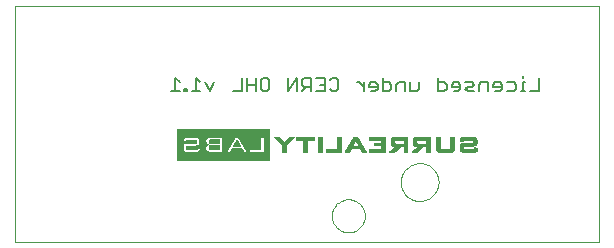
<source format=gbo>
G75*
G70*
%OFA0B0*%
%FSLAX24Y24*%
%IPPOS*%
%LPD*%
%AMOC8*
5,1,8,0,0,1.08239X$1,22.5*
%
%ADD10C,0.0000*%
%ADD11C,0.0060*%
%ADD12C,0.0000*%
D10*
X000282Y000282D02*
X000282Y008152D01*
X019774Y008152D01*
X019774Y000282D01*
X000282Y000282D01*
X010856Y001157D02*
X010858Y001204D01*
X010864Y001250D01*
X010874Y001296D01*
X010887Y001341D01*
X010905Y001384D01*
X010926Y001426D01*
X010950Y001466D01*
X010978Y001503D01*
X011009Y001538D01*
X011043Y001571D01*
X011079Y001600D01*
X011118Y001626D01*
X011159Y001649D01*
X011202Y001668D01*
X011246Y001684D01*
X011291Y001696D01*
X011337Y001704D01*
X011384Y001708D01*
X011430Y001708D01*
X011477Y001704D01*
X011523Y001696D01*
X011568Y001684D01*
X011612Y001668D01*
X011655Y001649D01*
X011696Y001626D01*
X011735Y001600D01*
X011771Y001571D01*
X011805Y001538D01*
X011836Y001503D01*
X011864Y001466D01*
X011888Y001426D01*
X011909Y001384D01*
X011927Y001341D01*
X011940Y001296D01*
X011950Y001250D01*
X011956Y001204D01*
X011958Y001157D01*
X011956Y001110D01*
X011950Y001064D01*
X011940Y001018D01*
X011927Y000973D01*
X011909Y000930D01*
X011888Y000888D01*
X011864Y000848D01*
X011836Y000811D01*
X011805Y000776D01*
X011771Y000743D01*
X011735Y000714D01*
X011696Y000688D01*
X011655Y000665D01*
X011612Y000646D01*
X011568Y000630D01*
X011523Y000618D01*
X011477Y000610D01*
X011430Y000606D01*
X011384Y000606D01*
X011337Y000610D01*
X011291Y000618D01*
X011246Y000630D01*
X011202Y000646D01*
X011159Y000665D01*
X011118Y000688D01*
X011079Y000714D01*
X011043Y000743D01*
X011009Y000776D01*
X010978Y000811D01*
X010950Y000848D01*
X010926Y000888D01*
X010905Y000930D01*
X010887Y000973D01*
X010874Y001018D01*
X010864Y001064D01*
X010858Y001110D01*
X010856Y001157D01*
X013152Y002282D02*
X013154Y002332D01*
X013160Y002382D01*
X013170Y002431D01*
X013184Y002479D01*
X013201Y002526D01*
X013222Y002571D01*
X013247Y002615D01*
X013275Y002656D01*
X013307Y002695D01*
X013341Y002732D01*
X013378Y002766D01*
X013418Y002796D01*
X013460Y002823D01*
X013504Y002847D01*
X013550Y002868D01*
X013597Y002884D01*
X013645Y002897D01*
X013695Y002906D01*
X013744Y002911D01*
X013795Y002912D01*
X013845Y002909D01*
X013894Y002902D01*
X013943Y002891D01*
X013991Y002876D01*
X014037Y002858D01*
X014082Y002836D01*
X014125Y002810D01*
X014166Y002781D01*
X014205Y002749D01*
X014241Y002714D01*
X014273Y002676D01*
X014303Y002636D01*
X014330Y002593D01*
X014353Y002549D01*
X014372Y002503D01*
X014388Y002455D01*
X014400Y002406D01*
X014408Y002357D01*
X014412Y002307D01*
X014412Y002257D01*
X014408Y002207D01*
X014400Y002158D01*
X014388Y002109D01*
X014372Y002061D01*
X014353Y002015D01*
X014330Y001971D01*
X014303Y001928D01*
X014273Y001888D01*
X014241Y001850D01*
X014205Y001815D01*
X014166Y001783D01*
X014125Y001754D01*
X014082Y001728D01*
X014037Y001706D01*
X013991Y001688D01*
X013943Y001673D01*
X013894Y001662D01*
X013845Y001655D01*
X013795Y001652D01*
X013744Y001653D01*
X013695Y001658D01*
X013645Y001667D01*
X013597Y001680D01*
X013550Y001696D01*
X013504Y001717D01*
X013460Y001741D01*
X013418Y001768D01*
X013378Y001798D01*
X013341Y001832D01*
X013307Y001869D01*
X013275Y001908D01*
X013247Y001949D01*
X013222Y001993D01*
X013201Y002038D01*
X013184Y002085D01*
X013170Y002133D01*
X013160Y002182D01*
X013154Y002232D01*
X013152Y002282D01*
D11*
X013009Y005312D02*
X013009Y005532D01*
X013082Y005606D01*
X013302Y005606D01*
X013302Y005312D01*
X013469Y005312D02*
X013469Y005606D01*
X013762Y005606D02*
X013762Y005386D01*
X013689Y005312D01*
X013469Y005312D01*
X012842Y005386D02*
X012842Y005532D01*
X012768Y005606D01*
X012548Y005606D01*
X012381Y005532D02*
X012308Y005606D01*
X012161Y005606D01*
X012088Y005532D01*
X012088Y005459D01*
X012381Y005459D01*
X012381Y005386D02*
X012381Y005532D01*
X012381Y005386D02*
X012308Y005312D01*
X012161Y005312D01*
X011921Y005312D02*
X011921Y005606D01*
X011774Y005606D02*
X011701Y005606D01*
X011774Y005606D02*
X011921Y005459D01*
X012548Y005312D02*
X012768Y005312D01*
X012842Y005386D01*
X012548Y005312D02*
X012548Y005753D01*
X011077Y005679D02*
X011077Y005386D01*
X011004Y005312D01*
X010857Y005312D01*
X010784Y005386D01*
X010617Y005312D02*
X010323Y005312D01*
X010156Y005312D02*
X010156Y005753D01*
X009936Y005753D01*
X009863Y005679D01*
X009863Y005532D01*
X009936Y005459D01*
X010156Y005459D01*
X010010Y005459D02*
X009863Y005312D01*
X009696Y005312D02*
X009696Y005753D01*
X009402Y005312D01*
X009402Y005753D01*
X008775Y005679D02*
X008775Y005386D01*
X008702Y005312D01*
X008555Y005312D01*
X008482Y005386D01*
X008482Y005679D01*
X008555Y005753D01*
X008702Y005753D01*
X008775Y005679D01*
X008315Y005753D02*
X008315Y005312D01*
X008021Y005312D02*
X008021Y005753D01*
X007855Y005753D02*
X007855Y005312D01*
X007561Y005312D01*
X008021Y005532D02*
X008315Y005532D01*
X006934Y005606D02*
X006787Y005312D01*
X006640Y005606D01*
X006474Y005606D02*
X006327Y005753D01*
X006327Y005312D01*
X006474Y005312D02*
X006180Y005312D01*
X006013Y005312D02*
X006013Y005386D01*
X005940Y005386D01*
X005940Y005312D01*
X006013Y005312D01*
X005783Y005312D02*
X005489Y005312D01*
X005636Y005312D02*
X005636Y005753D01*
X005783Y005606D01*
X010323Y005753D02*
X010617Y005753D01*
X010617Y005312D01*
X010617Y005532D02*
X010470Y005532D01*
X010784Y005679D02*
X010857Y005753D01*
X011004Y005753D01*
X011077Y005679D01*
X014390Y005753D02*
X014390Y005312D01*
X014610Y005312D01*
X014683Y005386D01*
X014683Y005532D01*
X014610Y005606D01*
X014390Y005606D01*
X014850Y005532D02*
X014850Y005459D01*
X015144Y005459D01*
X015144Y005386D02*
X015144Y005532D01*
X015070Y005606D01*
X014923Y005606D01*
X014850Y005532D01*
X015070Y005312D02*
X015144Y005386D01*
X015070Y005312D02*
X014923Y005312D01*
X015310Y005386D02*
X015384Y005459D01*
X015531Y005459D01*
X015604Y005532D01*
X015531Y005606D01*
X015310Y005606D01*
X015771Y005532D02*
X015771Y005312D01*
X015604Y005312D02*
X015384Y005312D01*
X015310Y005386D01*
X015771Y005532D02*
X015844Y005606D01*
X016064Y005606D01*
X016064Y005312D01*
X016304Y005312D02*
X016451Y005312D01*
X016525Y005386D01*
X016525Y005532D01*
X016451Y005606D01*
X016304Y005606D01*
X016231Y005532D01*
X016231Y005459D01*
X016525Y005459D01*
X016691Y005606D02*
X016912Y005606D01*
X016985Y005532D01*
X016985Y005386D01*
X016912Y005312D01*
X016691Y005312D01*
X017145Y005312D02*
X017292Y005312D01*
X017218Y005312D02*
X017218Y005606D01*
X017292Y005606D01*
X017218Y005753D02*
X017218Y005826D01*
X017752Y005753D02*
X017752Y005312D01*
X017459Y005312D01*
D12*
X015657Y003756D02*
X015653Y003759D01*
X015650Y003762D01*
X015646Y003764D01*
X015161Y003764D01*
X015159Y003764D02*
X015156Y003761D01*
X015651Y003761D01*
X015646Y003764D02*
X015642Y003767D01*
X015639Y003770D01*
X015634Y003772D01*
X015629Y003774D01*
X015623Y003776D01*
X015186Y003776D01*
X015187Y003777D02*
X015182Y003775D01*
X015176Y003773D01*
X015172Y003771D01*
X015167Y003769D01*
X015163Y003766D01*
X015159Y003764D01*
X015156Y003761D02*
X015152Y003758D01*
X015149Y003755D01*
X015147Y003751D01*
X015144Y003746D01*
X015142Y003742D01*
X015139Y003737D01*
X015138Y003732D01*
X015137Y003726D01*
X015135Y003720D01*
X015134Y003714D01*
X015675Y003714D01*
X015674Y003715D02*
X015673Y003721D01*
X015671Y003727D01*
X015669Y003733D01*
X015139Y003733D01*
X015138Y003729D02*
X015670Y003729D01*
X015669Y003733D02*
X015667Y003738D01*
X015665Y003743D01*
X015662Y003748D01*
X015660Y003752D01*
X015657Y003756D01*
X015655Y003757D02*
X015152Y003757D01*
X015149Y003753D02*
X015658Y003753D01*
X015661Y003749D02*
X015146Y003749D01*
X015143Y003745D02*
X015664Y003745D01*
X015666Y003741D02*
X015141Y003741D01*
X015140Y003737D02*
X015667Y003737D01*
X015672Y003725D02*
X015136Y003725D01*
X015135Y003722D02*
X015673Y003722D01*
X015674Y003718D02*
X015134Y003718D01*
X015134Y003714D02*
X015133Y003707D01*
X015132Y003701D01*
X015131Y003694D01*
X015131Y003687D01*
X015233Y003687D01*
X015233Y003691D02*
X015131Y003691D01*
X015131Y003695D02*
X015233Y003695D01*
X015233Y003697D02*
X015233Y003645D01*
X015131Y003667D01*
X015131Y003679D01*
X015233Y003679D01*
X015233Y003683D02*
X015131Y003683D01*
X015131Y003687D02*
X015131Y003679D01*
X015131Y003675D02*
X015233Y003675D01*
X015233Y003671D02*
X015131Y003671D01*
X015133Y003667D02*
X015233Y003667D01*
X015233Y003663D02*
X015150Y003663D01*
X015169Y003659D02*
X015233Y003659D01*
X015233Y003655D02*
X015188Y003655D01*
X015205Y003651D02*
X015233Y003651D01*
X015233Y003647D02*
X015224Y003647D01*
X015233Y003697D02*
X015571Y003697D01*
X015571Y003595D01*
X015252Y003595D01*
X015243Y003595D01*
X015234Y003594D01*
X015225Y003594D01*
X015217Y003593D01*
X015210Y003592D01*
X015202Y003591D01*
X015196Y003590D01*
X015190Y003589D01*
X015184Y003587D01*
X015178Y003585D01*
X015172Y003583D01*
X015167Y003581D01*
X015163Y003579D01*
X015158Y003576D01*
X015675Y003576D01*
X015676Y003577D02*
X015677Y003585D01*
X015678Y003592D01*
X015204Y003592D01*
X015186Y003588D02*
X015677Y003588D01*
X015677Y003584D02*
X015173Y003584D01*
X015164Y003580D02*
X015676Y003580D01*
X015676Y003577D02*
X015674Y003572D01*
X015673Y003565D01*
X015145Y003565D01*
X015142Y003561D01*
X015672Y003561D01*
X015671Y003559D02*
X015673Y003565D01*
X015674Y003569D02*
X015148Y003569D01*
X015148Y003568D02*
X015145Y003565D01*
X015148Y003568D02*
X015151Y003571D01*
X015155Y003574D01*
X015158Y003576D01*
X015153Y003573D02*
X015675Y003573D01*
X015671Y003559D02*
X015669Y003554D01*
X015667Y003548D01*
X015665Y003543D01*
X015662Y003539D01*
X015660Y003534D01*
X015657Y003530D01*
X015653Y003527D01*
X015650Y003524D01*
X015646Y003521D01*
X015128Y003521D01*
X015129Y003524D02*
X015127Y003517D01*
X015640Y003517D01*
X015639Y003515D02*
X015642Y003518D01*
X015646Y003521D01*
X015651Y003525D02*
X015129Y003525D01*
X015129Y003524D02*
X015130Y003530D01*
X015132Y003536D01*
X015133Y003542D01*
X015135Y003547D01*
X015138Y003552D01*
X015139Y003557D01*
X015670Y003557D01*
X015669Y003553D02*
X015138Y003553D01*
X015139Y003557D02*
X015142Y003561D01*
X015136Y003549D02*
X015667Y003549D01*
X015666Y003545D02*
X015135Y003545D01*
X015133Y003541D02*
X015663Y003541D01*
X015661Y003537D02*
X015132Y003537D01*
X015131Y003533D02*
X015658Y003533D01*
X015655Y003529D02*
X015130Y003529D01*
X015127Y003517D02*
X015126Y003511D01*
X015126Y003504D01*
X015125Y003496D01*
X015125Y003488D01*
X015125Y003479D01*
X015125Y003412D01*
X015125Y003403D01*
X015231Y003403D01*
X015231Y003399D02*
X015125Y003399D01*
X015125Y003395D02*
X015231Y003395D01*
X015231Y003391D02*
X015125Y003391D01*
X015126Y003388D02*
X015698Y003388D01*
X015698Y003389D02*
X015699Y003395D01*
X015699Y003403D01*
X015592Y003403D01*
X015592Y003399D02*
X015699Y003399D01*
X015698Y003395D02*
X015592Y003395D01*
X015592Y003391D02*
X015698Y003391D01*
X015698Y003389D02*
X015697Y003381D01*
X015696Y003374D01*
X015695Y003367D01*
X015694Y003361D01*
X015692Y003355D01*
X015690Y003349D01*
X015688Y003344D01*
X015135Y003344D01*
X015138Y003339D01*
X015139Y003334D01*
X015142Y003330D01*
X015145Y003326D01*
X015148Y003324D01*
X015151Y003320D01*
X015155Y003317D01*
X015667Y003317D01*
X015668Y003317D02*
X015672Y003320D01*
X015675Y003324D01*
X015678Y003326D01*
X015681Y003330D01*
X015684Y003334D01*
X015686Y003339D01*
X015688Y003344D01*
X015686Y003340D02*
X015137Y003340D01*
X015139Y003336D02*
X015684Y003336D01*
X015682Y003332D02*
X015141Y003332D01*
X015143Y003328D02*
X015679Y003328D01*
X015676Y003325D02*
X015147Y003325D01*
X015151Y003321D02*
X015672Y003321D01*
X015668Y003317D02*
X015664Y003315D01*
X015660Y003312D01*
X015655Y003310D01*
X015650Y003308D01*
X015644Y003306D01*
X015639Y003304D01*
X015633Y003302D01*
X015626Y003301D01*
X015619Y003299D01*
X015612Y003298D01*
X015604Y003298D01*
X015596Y003297D01*
X015588Y003296D01*
X015579Y003296D01*
X015571Y003296D01*
X015252Y003296D01*
X015243Y003296D01*
X015234Y003296D01*
X015225Y003297D01*
X015217Y003298D01*
X015210Y003298D01*
X015202Y003299D01*
X015196Y003301D01*
X015190Y003302D01*
X015184Y003304D01*
X015178Y003306D01*
X015172Y003308D01*
X015167Y003310D01*
X015163Y003312D01*
X015158Y003315D01*
X015155Y003317D01*
X015161Y003313D02*
X015661Y003313D01*
X015653Y003309D02*
X015169Y003309D01*
X015180Y003305D02*
X015642Y003305D01*
X015628Y003301D02*
X015195Y003301D01*
X015224Y003297D02*
X015597Y003297D01*
X015592Y003388D02*
X015231Y003388D01*
X015231Y003500D01*
X015550Y003500D01*
X015559Y003500D01*
X015567Y003501D01*
X015576Y003501D01*
X015583Y003502D01*
X015591Y003503D01*
X015598Y003504D01*
X015605Y003505D01*
X015611Y003506D01*
X015617Y003508D01*
X015623Y003510D01*
X015126Y003510D01*
X015127Y003514D02*
X015633Y003514D01*
X015634Y003514D02*
X015639Y003515D01*
X015634Y003514D02*
X015629Y003512D01*
X015623Y003510D01*
X015608Y003506D02*
X015126Y003506D01*
X015126Y003502D02*
X015582Y003502D01*
X015592Y003446D02*
X015592Y003388D01*
X015592Y003407D02*
X015699Y003407D01*
X015699Y003403D02*
X015699Y003412D01*
X015699Y003426D01*
X015592Y003446D01*
X015592Y003443D02*
X015611Y003443D01*
X015592Y003439D02*
X015633Y003439D01*
X015653Y003435D02*
X015592Y003435D01*
X015592Y003431D02*
X015674Y003431D01*
X015695Y003427D02*
X015592Y003427D01*
X015592Y003423D02*
X015699Y003423D01*
X015699Y003419D02*
X015592Y003419D01*
X015592Y003415D02*
X015699Y003415D01*
X015699Y003411D02*
X015592Y003411D01*
X015698Y003384D02*
X015126Y003384D01*
X015126Y003381D02*
X015127Y003374D01*
X015129Y003367D01*
X015130Y003361D01*
X015132Y003355D01*
X015133Y003349D01*
X015135Y003344D01*
X015134Y003348D02*
X015690Y003348D01*
X015691Y003352D02*
X015132Y003352D01*
X015131Y003356D02*
X015692Y003356D01*
X015693Y003360D02*
X015130Y003360D01*
X015129Y003364D02*
X015694Y003364D01*
X015695Y003368D02*
X015128Y003368D01*
X015128Y003372D02*
X015696Y003372D01*
X015696Y003376D02*
X015127Y003376D01*
X015127Y003380D02*
X015697Y003380D01*
X015678Y003592D02*
X015678Y003600D01*
X015571Y003600D01*
X015571Y003596D02*
X015678Y003596D01*
X015678Y003600D02*
X015678Y003608D01*
X015571Y003608D01*
X015571Y003604D02*
X015678Y003604D01*
X015678Y003608D02*
X015679Y003616D01*
X015571Y003616D01*
X015571Y003620D02*
X015679Y003620D01*
X015679Y003624D02*
X015571Y003624D01*
X015571Y003628D02*
X015679Y003628D01*
X015679Y003632D02*
X015571Y003632D01*
X015571Y003636D02*
X015679Y003636D01*
X015679Y003639D02*
X015571Y003639D01*
X015571Y003643D02*
X015679Y003643D01*
X015679Y003647D02*
X015571Y003647D01*
X015571Y003651D02*
X015679Y003651D01*
X015679Y003655D02*
X015571Y003655D01*
X015571Y003659D02*
X015679Y003659D01*
X015679Y003663D02*
X015571Y003663D01*
X015571Y003667D02*
X015679Y003667D01*
X015679Y003670D02*
X015678Y003679D01*
X015571Y003679D01*
X015571Y003683D02*
X015678Y003683D01*
X015678Y003687D02*
X015571Y003687D01*
X015571Y003691D02*
X015678Y003691D01*
X015678Y003695D02*
X015571Y003695D01*
X015571Y003675D02*
X015679Y003675D01*
X015679Y003671D02*
X015571Y003671D01*
X015571Y003612D02*
X015679Y003612D01*
X015679Y003616D02*
X015679Y003670D01*
X015678Y003679D02*
X015678Y003687D01*
X015678Y003695D01*
X015677Y003701D01*
X015676Y003708D01*
X015674Y003715D01*
X015675Y003710D02*
X015133Y003710D01*
X015132Y003706D02*
X015676Y003706D01*
X015677Y003702D02*
X015132Y003702D01*
X015132Y003699D02*
X015677Y003699D01*
X015640Y003768D02*
X015167Y003768D01*
X015175Y003772D02*
X015633Y003772D01*
X015623Y003776D02*
X015617Y003778D01*
X015611Y003780D01*
X015605Y003781D01*
X015598Y003782D01*
X015591Y003783D01*
X015583Y003784D01*
X015576Y003785D01*
X015567Y003785D01*
X015559Y003786D01*
X015550Y003786D01*
X015259Y003786D01*
X015250Y003786D01*
X015242Y003785D01*
X015234Y003785D01*
X015226Y003784D01*
X015218Y003784D01*
X015211Y003783D01*
X015204Y003781D01*
X015199Y003780D01*
X015193Y003778D01*
X015187Y003777D01*
X015201Y003780D02*
X015608Y003780D01*
X015582Y003784D02*
X015227Y003784D01*
X014918Y003780D02*
X014799Y003780D01*
X014799Y003776D02*
X014918Y003776D01*
X014918Y003772D02*
X014799Y003772D01*
X014799Y003768D02*
X014918Y003768D01*
X014918Y003764D02*
X014799Y003764D01*
X014799Y003761D02*
X014918Y003761D01*
X014918Y003757D02*
X014799Y003757D01*
X014799Y003753D02*
X014918Y003753D01*
X014918Y003749D02*
X014799Y003749D01*
X014799Y003745D02*
X014918Y003745D01*
X014918Y003741D02*
X014799Y003741D01*
X014799Y003737D02*
X014918Y003737D01*
X014918Y003733D02*
X014799Y003733D01*
X014799Y003729D02*
X014918Y003729D01*
X014918Y003725D02*
X014799Y003725D01*
X014799Y003722D02*
X014918Y003722D01*
X014918Y003718D02*
X014799Y003718D01*
X014799Y003714D02*
X014918Y003714D01*
X014918Y003710D02*
X014799Y003710D01*
X014799Y003706D02*
X014918Y003706D01*
X014918Y003702D02*
X014799Y003702D01*
X014799Y003699D02*
X014918Y003699D01*
X014918Y003695D02*
X014799Y003695D01*
X014799Y003691D02*
X014918Y003691D01*
X014918Y003687D02*
X014799Y003687D01*
X014799Y003683D02*
X014918Y003683D01*
X014918Y003679D02*
X014799Y003679D01*
X014799Y003675D02*
X014918Y003675D01*
X014918Y003671D02*
X014799Y003671D01*
X014799Y003667D02*
X014918Y003667D01*
X014918Y003663D02*
X014799Y003663D01*
X014799Y003659D02*
X014918Y003659D01*
X014918Y003655D02*
X014799Y003655D01*
X014799Y003651D02*
X014918Y003651D01*
X014918Y003647D02*
X014799Y003647D01*
X014799Y003643D02*
X014918Y003643D01*
X014918Y003639D02*
X014799Y003639D01*
X014799Y003636D02*
X014918Y003636D01*
X014918Y003632D02*
X014799Y003632D01*
X014799Y003628D02*
X014918Y003628D01*
X014918Y003624D02*
X014799Y003624D01*
X014799Y003620D02*
X014918Y003620D01*
X014918Y003616D02*
X014799Y003616D01*
X014799Y003612D02*
X014918Y003612D01*
X014918Y003608D02*
X014799Y003608D01*
X014799Y003604D02*
X014918Y003604D01*
X014918Y003600D02*
X014799Y003600D01*
X014799Y003596D02*
X014918Y003596D01*
X014918Y003592D02*
X014799Y003592D01*
X014799Y003588D02*
X014918Y003588D01*
X014918Y003584D02*
X014799Y003584D01*
X014799Y003580D02*
X014918Y003580D01*
X014918Y003576D02*
X014799Y003576D01*
X014799Y003573D02*
X014918Y003573D01*
X014918Y003569D02*
X014799Y003569D01*
X014799Y003565D02*
X014918Y003565D01*
X014918Y003561D02*
X014799Y003561D01*
X014799Y003557D02*
X014918Y003557D01*
X014918Y003553D02*
X014799Y003553D01*
X014799Y003549D02*
X014918Y003549D01*
X014918Y003545D02*
X014799Y003545D01*
X014799Y003541D02*
X014918Y003541D01*
X014918Y003537D02*
X014799Y003537D01*
X014799Y003533D02*
X014918Y003533D01*
X014918Y003529D02*
X014799Y003529D01*
X014799Y003525D02*
X014918Y003525D01*
X014918Y003521D02*
X014799Y003521D01*
X014799Y003517D02*
X014918Y003517D01*
X014918Y003514D02*
X014799Y003514D01*
X014799Y003510D02*
X014918Y003510D01*
X014918Y003506D02*
X014799Y003506D01*
X014799Y003502D02*
X014918Y003502D01*
X014918Y003498D02*
X014799Y003498D01*
X014799Y003494D02*
X014918Y003494D01*
X014918Y003490D02*
X014799Y003490D01*
X014799Y003486D02*
X014918Y003486D01*
X014918Y003482D02*
X014799Y003482D01*
X014799Y003478D02*
X014918Y003478D01*
X014918Y003474D02*
X014799Y003474D01*
X014799Y003470D02*
X014918Y003470D01*
X014918Y003466D02*
X014799Y003466D01*
X014799Y003462D02*
X014918Y003462D01*
X014918Y003458D02*
X014799Y003458D01*
X014799Y003454D02*
X014918Y003454D01*
X014918Y003451D02*
X014799Y003451D01*
X014799Y003447D02*
X014918Y003447D01*
X014918Y003443D02*
X014799Y003443D01*
X014799Y003439D02*
X014918Y003439D01*
X014918Y003435D02*
X014799Y003435D01*
X014799Y003431D02*
X014918Y003431D01*
X014918Y003427D02*
X014799Y003427D01*
X014799Y003423D02*
X014918Y003423D01*
X014918Y003419D02*
X014799Y003419D01*
X014799Y003415D02*
X014918Y003415D01*
X014918Y003412D02*
X014918Y003786D01*
X014799Y003786D01*
X014799Y003388D01*
X014458Y003388D01*
X014458Y003786D01*
X014337Y003786D01*
X014337Y003412D01*
X014337Y003403D01*
X014458Y003403D01*
X014458Y003399D02*
X014337Y003399D01*
X014338Y003395D02*
X014458Y003395D01*
X014458Y003391D02*
X014338Y003391D01*
X014338Y003389D02*
X014339Y003381D01*
X014340Y003374D01*
X014341Y003367D01*
X014342Y003361D01*
X014344Y003355D01*
X014346Y003349D01*
X014348Y003344D01*
X014908Y003344D01*
X014910Y003349D01*
X014912Y003355D01*
X014913Y003361D01*
X014915Y003367D01*
X014916Y003374D01*
X014917Y003381D01*
X014917Y003389D01*
X014918Y003395D01*
X014799Y003395D01*
X014799Y003391D02*
X014918Y003391D01*
X014917Y003388D02*
X014338Y003388D01*
X014338Y003389D02*
X014338Y003395D01*
X014337Y003403D01*
X014337Y003407D02*
X014458Y003407D01*
X014458Y003411D02*
X014337Y003411D01*
X014337Y003415D02*
X014458Y003415D01*
X014458Y003419D02*
X014337Y003419D01*
X014337Y003423D02*
X014458Y003423D01*
X014458Y003427D02*
X014337Y003427D01*
X014337Y003431D02*
X014458Y003431D01*
X014458Y003435D02*
X014337Y003435D01*
X014337Y003439D02*
X014458Y003439D01*
X014458Y003443D02*
X014337Y003443D01*
X014337Y003447D02*
X014458Y003447D01*
X014458Y003451D02*
X014337Y003451D01*
X014337Y003454D02*
X014458Y003454D01*
X014458Y003458D02*
X014337Y003458D01*
X014337Y003462D02*
X014458Y003462D01*
X014458Y003466D02*
X014337Y003466D01*
X014337Y003470D02*
X014458Y003470D01*
X014458Y003474D02*
X014337Y003474D01*
X014337Y003478D02*
X014458Y003478D01*
X014458Y003482D02*
X014337Y003482D01*
X014337Y003486D02*
X014458Y003486D01*
X014458Y003490D02*
X014337Y003490D01*
X014337Y003494D02*
X014458Y003494D01*
X014458Y003498D02*
X014337Y003498D01*
X014337Y003502D02*
X014458Y003502D01*
X014458Y003506D02*
X014337Y003506D01*
X014337Y003510D02*
X014458Y003510D01*
X014458Y003514D02*
X014337Y003514D01*
X014337Y003517D02*
X014458Y003517D01*
X014458Y003521D02*
X014337Y003521D01*
X014337Y003525D02*
X014458Y003525D01*
X014458Y003529D02*
X014337Y003529D01*
X014337Y003533D02*
X014458Y003533D01*
X014458Y003537D02*
X014337Y003537D01*
X014337Y003541D02*
X014458Y003541D01*
X014458Y003545D02*
X014337Y003545D01*
X014337Y003549D02*
X014458Y003549D01*
X014458Y003553D02*
X014337Y003553D01*
X014337Y003557D02*
X014458Y003557D01*
X014458Y003561D02*
X014337Y003561D01*
X014337Y003565D02*
X014458Y003565D01*
X014458Y003569D02*
X014337Y003569D01*
X014337Y003573D02*
X014458Y003573D01*
X014458Y003576D02*
X014337Y003576D01*
X014337Y003580D02*
X014458Y003580D01*
X014458Y003584D02*
X014337Y003584D01*
X014337Y003588D02*
X014458Y003588D01*
X014458Y003592D02*
X014337Y003592D01*
X014337Y003596D02*
X014458Y003596D01*
X014458Y003600D02*
X014337Y003600D01*
X014337Y003604D02*
X014458Y003604D01*
X014458Y003608D02*
X014337Y003608D01*
X014337Y003612D02*
X014458Y003612D01*
X014458Y003616D02*
X014337Y003616D01*
X014337Y003620D02*
X014458Y003620D01*
X014458Y003624D02*
X014337Y003624D01*
X014337Y003628D02*
X014458Y003628D01*
X014458Y003632D02*
X014337Y003632D01*
X014337Y003636D02*
X014458Y003636D01*
X014458Y003639D02*
X014337Y003639D01*
X014337Y003643D02*
X014458Y003643D01*
X014458Y003647D02*
X014337Y003647D01*
X014337Y003651D02*
X014458Y003651D01*
X014458Y003655D02*
X014337Y003655D01*
X014337Y003659D02*
X014458Y003659D01*
X014458Y003663D02*
X014337Y003663D01*
X014337Y003667D02*
X014458Y003667D01*
X014458Y003671D02*
X014337Y003671D01*
X014337Y003675D02*
X014458Y003675D01*
X014458Y003679D02*
X014337Y003679D01*
X014337Y003683D02*
X014458Y003683D01*
X014458Y003687D02*
X014337Y003687D01*
X014337Y003691D02*
X014458Y003691D01*
X014458Y003695D02*
X014337Y003695D01*
X014337Y003699D02*
X014458Y003699D01*
X014458Y003702D02*
X014337Y003702D01*
X014337Y003706D02*
X014458Y003706D01*
X014458Y003710D02*
X014337Y003710D01*
X014337Y003714D02*
X014458Y003714D01*
X014458Y003718D02*
X014337Y003718D01*
X014337Y003722D02*
X014458Y003722D01*
X014458Y003725D02*
X014337Y003725D01*
X014337Y003729D02*
X014458Y003729D01*
X014458Y003733D02*
X014337Y003733D01*
X014337Y003737D02*
X014458Y003737D01*
X014458Y003741D02*
X014337Y003741D01*
X014337Y003745D02*
X014458Y003745D01*
X014458Y003749D02*
X014337Y003749D01*
X014337Y003753D02*
X014458Y003753D01*
X014458Y003757D02*
X014337Y003757D01*
X014337Y003761D02*
X014458Y003761D01*
X014458Y003764D02*
X014337Y003764D01*
X014337Y003768D02*
X014458Y003768D01*
X014458Y003772D02*
X014337Y003772D01*
X014337Y003776D02*
X014458Y003776D01*
X014458Y003780D02*
X014337Y003780D01*
X014337Y003784D02*
X014458Y003784D01*
X014799Y003784D02*
X014918Y003784D01*
X015125Y003498D02*
X015231Y003498D01*
X015231Y003494D02*
X015125Y003494D01*
X015125Y003490D02*
X015231Y003490D01*
X015231Y003486D02*
X015125Y003486D01*
X015125Y003482D02*
X015231Y003482D01*
X015231Y003478D02*
X015125Y003478D01*
X015125Y003474D02*
X015231Y003474D01*
X015231Y003470D02*
X015125Y003470D01*
X015125Y003466D02*
X015231Y003466D01*
X015231Y003462D02*
X015125Y003462D01*
X015125Y003458D02*
X015231Y003458D01*
X015231Y003454D02*
X015125Y003454D01*
X015125Y003451D02*
X015231Y003451D01*
X015231Y003447D02*
X015125Y003447D01*
X015125Y003443D02*
X015231Y003443D01*
X015231Y003439D02*
X015125Y003439D01*
X015125Y003435D02*
X015231Y003435D01*
X015231Y003431D02*
X015125Y003431D01*
X015125Y003427D02*
X015231Y003427D01*
X015231Y003423D02*
X015125Y003423D01*
X015125Y003419D02*
X015231Y003419D01*
X015231Y003415D02*
X015125Y003415D01*
X015125Y003411D02*
X015231Y003411D01*
X015231Y003407D02*
X015125Y003407D01*
X015125Y003403D02*
X015125Y003395D01*
X015126Y003388D01*
X015126Y003381D01*
X014918Y003395D02*
X014918Y003403D01*
X014799Y003403D01*
X014799Y003399D02*
X014918Y003399D01*
X014918Y003403D02*
X014918Y003412D01*
X014918Y003411D02*
X014799Y003411D01*
X014799Y003407D02*
X014918Y003407D01*
X014917Y003384D02*
X014339Y003384D01*
X014339Y003380D02*
X014917Y003380D01*
X014916Y003376D02*
X014340Y003376D01*
X014340Y003372D02*
X014915Y003372D01*
X014915Y003368D02*
X014341Y003368D01*
X014342Y003364D02*
X014914Y003364D01*
X014913Y003360D02*
X014343Y003360D01*
X014344Y003356D02*
X014912Y003356D01*
X014911Y003352D02*
X014345Y003352D01*
X014346Y003348D02*
X014909Y003348D01*
X014908Y003344D02*
X014905Y003339D01*
X014903Y003334D01*
X014900Y003330D01*
X014897Y003326D01*
X014894Y003324D01*
X014891Y003320D01*
X014889Y003317D01*
X014885Y003315D01*
X014880Y003312D01*
X014876Y003310D01*
X014871Y003308D01*
X014865Y003306D01*
X014860Y003304D01*
X014853Y003302D01*
X014847Y003301D01*
X014840Y003299D01*
X014832Y003298D01*
X014825Y003298D01*
X014817Y003297D01*
X014809Y003296D01*
X014800Y003296D01*
X014790Y003296D01*
X014466Y003296D01*
X014457Y003296D01*
X014449Y003296D01*
X014440Y003297D01*
X014432Y003298D01*
X014424Y003298D01*
X014417Y003299D01*
X014410Y003301D01*
X014403Y003302D01*
X014397Y003304D01*
X014391Y003306D01*
X014386Y003308D01*
X014381Y003310D01*
X014377Y003312D01*
X014372Y003315D01*
X014368Y003317D01*
X014365Y003320D01*
X014361Y003324D01*
X014358Y003326D01*
X014355Y003330D01*
X014353Y003334D01*
X014350Y003339D01*
X014348Y003344D01*
X014350Y003340D02*
X014906Y003340D01*
X014904Y003336D02*
X014352Y003336D01*
X014354Y003332D02*
X014901Y003332D01*
X014899Y003328D02*
X014357Y003328D01*
X014360Y003325D02*
X014896Y003325D01*
X014892Y003321D02*
X014364Y003321D01*
X014369Y003317D02*
X014888Y003317D01*
X014882Y003313D02*
X014375Y003313D01*
X014383Y003309D02*
X014874Y003309D01*
X014863Y003305D02*
X014393Y003305D01*
X014409Y003301D02*
X014848Y003301D01*
X014818Y003297D02*
X014439Y003297D01*
X014121Y003297D02*
X014003Y003297D01*
X014003Y003296D02*
X014121Y003296D01*
X014121Y003786D01*
X013839Y003786D01*
X013839Y003701D01*
X014003Y003701D01*
X014003Y003566D01*
X013839Y003566D01*
X013839Y003435D01*
X013688Y003435D01*
X013693Y003439D02*
X013839Y003439D01*
X013843Y003439D01*
X013839Y003443D02*
X013847Y003443D01*
X013852Y003447D02*
X013839Y003447D01*
X013702Y003447D01*
X013698Y003443D02*
X013839Y003443D01*
X013839Y003451D02*
X013856Y003451D01*
X013860Y003454D02*
X013839Y003454D01*
X013712Y003454D01*
X013707Y003451D02*
X013839Y003451D01*
X013839Y003458D02*
X013865Y003458D01*
X013869Y003462D02*
X013839Y003462D01*
X013723Y003462D01*
X013718Y003458D02*
X013839Y003458D01*
X013839Y003466D02*
X013873Y003466D01*
X013878Y003470D02*
X013839Y003470D01*
X013733Y003470D01*
X013728Y003466D02*
X013839Y003466D01*
X013839Y003474D02*
X013882Y003474D01*
X013887Y003478D02*
X013839Y003478D01*
X013743Y003478D01*
X013747Y003481D02*
X013514Y003296D01*
X013686Y003296D01*
X013839Y003435D01*
X013889Y003481D01*
X014003Y003481D01*
X014003Y003296D01*
X014003Y003301D02*
X014121Y003301D01*
X014121Y003305D02*
X014003Y003305D01*
X014003Y003309D02*
X014121Y003309D01*
X014121Y003313D02*
X014003Y003313D01*
X014003Y003317D02*
X014121Y003317D01*
X014121Y003321D02*
X014003Y003321D01*
X014003Y003325D02*
X014121Y003325D01*
X014121Y003328D02*
X014003Y003328D01*
X014003Y003332D02*
X014121Y003332D01*
X014121Y003336D02*
X014003Y003336D01*
X014003Y003340D02*
X014121Y003340D01*
X014121Y003344D02*
X014003Y003344D01*
X014003Y003348D02*
X014121Y003348D01*
X014121Y003352D02*
X014003Y003352D01*
X014003Y003356D02*
X014121Y003356D01*
X014121Y003360D02*
X014003Y003360D01*
X014003Y003364D02*
X014121Y003364D01*
X014121Y003368D02*
X014003Y003368D01*
X014003Y003372D02*
X014121Y003372D01*
X014121Y003376D02*
X014003Y003376D01*
X014003Y003380D02*
X014121Y003380D01*
X014121Y003384D02*
X014003Y003384D01*
X014003Y003388D02*
X014121Y003388D01*
X014121Y003391D02*
X014003Y003391D01*
X014003Y003395D02*
X014121Y003395D01*
X014121Y003399D02*
X014003Y003399D01*
X014003Y003403D02*
X014121Y003403D01*
X014121Y003407D02*
X014003Y003407D01*
X014003Y003411D02*
X014121Y003411D01*
X014121Y003415D02*
X014003Y003415D01*
X014003Y003419D02*
X014121Y003419D01*
X014121Y003423D02*
X014003Y003423D01*
X014003Y003427D02*
X014121Y003427D01*
X014121Y003431D02*
X014003Y003431D01*
X014003Y003435D02*
X014121Y003435D01*
X014121Y003439D02*
X014003Y003439D01*
X014003Y003443D02*
X014121Y003443D01*
X014121Y003447D02*
X014003Y003447D01*
X014003Y003451D02*
X014121Y003451D01*
X014121Y003454D02*
X014003Y003454D01*
X014003Y003458D02*
X014121Y003458D01*
X014121Y003462D02*
X014003Y003462D01*
X014003Y003466D02*
X014121Y003466D01*
X014121Y003470D02*
X014003Y003470D01*
X014003Y003474D02*
X014121Y003474D01*
X014121Y003478D02*
X014003Y003478D01*
X014003Y003569D02*
X014121Y003569D01*
X014121Y003573D02*
X014003Y003573D01*
X014003Y003576D02*
X014121Y003576D01*
X014121Y003580D02*
X014003Y003580D01*
X014003Y003584D02*
X014121Y003584D01*
X014121Y003588D02*
X014003Y003588D01*
X014003Y003592D02*
X014121Y003592D01*
X014121Y003596D02*
X014003Y003596D01*
X014003Y003600D02*
X014121Y003600D01*
X014121Y003604D02*
X014003Y003604D01*
X014003Y003608D02*
X014121Y003608D01*
X014121Y003612D02*
X014003Y003612D01*
X014003Y003616D02*
X014121Y003616D01*
X014121Y003620D02*
X014003Y003620D01*
X014003Y003624D02*
X014121Y003624D01*
X014121Y003628D02*
X014003Y003628D01*
X014003Y003632D02*
X014121Y003632D01*
X014121Y003636D02*
X014003Y003636D01*
X014003Y003639D02*
X014121Y003639D01*
X014121Y003643D02*
X014003Y003643D01*
X014003Y003647D02*
X014121Y003647D01*
X014121Y003651D02*
X014003Y003651D01*
X014003Y003655D02*
X014121Y003655D01*
X014121Y003659D02*
X014003Y003659D01*
X014003Y003663D02*
X014121Y003663D01*
X014121Y003667D02*
X014003Y003667D01*
X014003Y003671D02*
X014121Y003671D01*
X014121Y003675D02*
X014003Y003675D01*
X014003Y003679D02*
X014121Y003679D01*
X014121Y003683D02*
X014003Y003683D01*
X014003Y003687D02*
X014121Y003687D01*
X014121Y003691D02*
X014003Y003691D01*
X014003Y003695D02*
X014121Y003695D01*
X014121Y003699D02*
X014003Y003699D01*
X014121Y003702D02*
X013839Y003702D01*
X013565Y003702D01*
X013565Y003691D01*
X013689Y003691D01*
X013690Y003692D02*
X013694Y003694D01*
X013698Y003696D01*
X013702Y003698D01*
X013706Y003699D01*
X013712Y003700D01*
X013718Y003701D01*
X013724Y003701D01*
X013730Y003701D01*
X013839Y003701D01*
X013839Y003786D01*
X013680Y003786D01*
X013666Y003785D01*
X013652Y003784D01*
X013640Y003782D01*
X013630Y003780D01*
X013619Y003776D01*
X013610Y003772D01*
X013839Y003772D01*
X014121Y003772D01*
X014121Y003768D02*
X013839Y003768D01*
X013603Y003768D01*
X013601Y003767D02*
X013593Y003763D01*
X013586Y003756D01*
X013580Y003749D01*
X013576Y003741D01*
X013572Y003732D01*
X013569Y003723D01*
X013567Y003713D01*
X013565Y003702D01*
X013565Y003699D02*
X013705Y003699D01*
X013695Y003695D02*
X013565Y003695D01*
X013565Y003691D02*
X013565Y003575D01*
X013565Y003564D01*
X013567Y003553D01*
X013839Y003553D01*
X014121Y003553D01*
X014121Y003557D02*
X013839Y003557D01*
X013566Y003557D01*
X013566Y003561D02*
X013839Y003561D01*
X014121Y003561D01*
X014121Y003565D02*
X013839Y003565D01*
X013565Y003565D01*
X013565Y003569D02*
X013707Y003569D01*
X013706Y003569D02*
X013702Y003570D01*
X013698Y003572D01*
X013694Y003574D01*
X013690Y003576D01*
X013687Y003578D01*
X013684Y003581D01*
X013682Y003584D01*
X013565Y003584D01*
X013565Y003580D02*
X013685Y003580D01*
X013682Y003584D02*
X013680Y003588D01*
X013565Y003588D01*
X013565Y003592D02*
X013678Y003592D01*
X013679Y003591D02*
X013677Y003596D01*
X013565Y003596D01*
X013565Y003600D02*
X013677Y003600D01*
X013677Y003605D01*
X013677Y003662D01*
X013677Y003667D01*
X013565Y003667D01*
X013565Y003663D02*
X013677Y003663D01*
X013677Y003659D02*
X013565Y003659D01*
X013565Y003655D02*
X013677Y003655D01*
X013677Y003651D02*
X013565Y003651D01*
X013565Y003647D02*
X013677Y003647D01*
X013677Y003643D02*
X013565Y003643D01*
X013565Y003639D02*
X013677Y003639D01*
X013677Y003636D02*
X013565Y003636D01*
X013565Y003632D02*
X013677Y003632D01*
X013677Y003628D02*
X013565Y003628D01*
X013565Y003624D02*
X013677Y003624D01*
X013677Y003620D02*
X013565Y003620D01*
X013565Y003616D02*
X013677Y003616D01*
X013677Y003612D02*
X013565Y003612D01*
X013565Y003608D02*
X013677Y003608D01*
X013677Y003604D02*
X013565Y003604D01*
X013565Y003576D02*
X013690Y003576D01*
X013696Y003573D02*
X013565Y003573D01*
X013567Y003553D02*
X013569Y003543D01*
X013572Y003534D01*
X013576Y003525D01*
X013580Y003518D01*
X013586Y003511D01*
X013593Y003505D01*
X013601Y003499D01*
X013610Y003495D01*
X013619Y003490D01*
X013630Y003487D01*
X013640Y003484D01*
X013652Y003482D01*
X013666Y003481D01*
X013680Y003481D01*
X013747Y003481D01*
X013738Y003474D02*
X013839Y003474D01*
X013839Y003482D02*
X014121Y003482D01*
X014121Y003486D02*
X013839Y003486D01*
X013635Y003486D01*
X013621Y003490D02*
X013839Y003490D01*
X014121Y003490D01*
X014121Y003494D02*
X013839Y003494D01*
X013611Y003494D01*
X013604Y003498D02*
X013839Y003498D01*
X014121Y003498D01*
X014121Y003502D02*
X013839Y003502D01*
X013598Y003502D01*
X013593Y003506D02*
X013839Y003506D01*
X014121Y003506D01*
X014121Y003510D02*
X013839Y003510D01*
X013588Y003510D01*
X013584Y003514D02*
X013839Y003514D01*
X014121Y003514D01*
X014121Y003517D02*
X013839Y003517D01*
X013581Y003517D01*
X013578Y003521D02*
X013839Y003521D01*
X014121Y003521D01*
X014121Y003525D02*
X013839Y003525D01*
X013576Y003525D01*
X013575Y003529D02*
X013839Y003529D01*
X014121Y003529D01*
X014121Y003533D02*
X013839Y003533D01*
X013573Y003533D01*
X013571Y003537D02*
X013839Y003537D01*
X014121Y003537D01*
X014121Y003541D02*
X013839Y003541D01*
X013570Y003541D01*
X013569Y003545D02*
X013839Y003545D01*
X014121Y003545D01*
X014121Y003549D02*
X013839Y003549D01*
X013568Y003549D01*
X013660Y003482D02*
X013839Y003482D01*
X013839Y003435D02*
X013839Y003566D01*
X013730Y003566D01*
X013724Y003566D01*
X013718Y003567D01*
X013712Y003568D01*
X013706Y003569D01*
X013680Y003588D02*
X013679Y003591D01*
X013677Y003596D02*
X013677Y003600D01*
X013677Y003667D02*
X013677Y003671D01*
X013565Y003671D01*
X013565Y003675D02*
X013678Y003675D01*
X013679Y003675D02*
X013680Y003679D01*
X013565Y003679D01*
X013565Y003683D02*
X013682Y003683D01*
X013684Y003686D01*
X013687Y003689D01*
X013690Y003692D01*
X013685Y003687D02*
X013565Y003687D01*
X013566Y003706D02*
X013839Y003706D01*
X014121Y003706D01*
X014121Y003710D02*
X013839Y003710D01*
X013566Y003710D01*
X013567Y003714D02*
X013839Y003714D01*
X014121Y003714D01*
X014121Y003718D02*
X013839Y003718D01*
X013568Y003718D01*
X013569Y003722D02*
X013839Y003722D01*
X014121Y003722D01*
X014121Y003725D02*
X013839Y003725D01*
X013570Y003725D01*
X013571Y003729D02*
X013839Y003729D01*
X014121Y003729D01*
X014121Y003733D02*
X013839Y003733D01*
X013573Y003733D01*
X013574Y003737D02*
X013839Y003737D01*
X014121Y003737D01*
X014121Y003741D02*
X013839Y003741D01*
X013576Y003741D01*
X013578Y003745D02*
X013839Y003745D01*
X014121Y003745D01*
X014121Y003749D02*
X013839Y003749D01*
X013581Y003749D01*
X013584Y003753D02*
X013839Y003753D01*
X014121Y003753D01*
X014121Y003757D02*
X013839Y003757D01*
X013588Y003757D01*
X013592Y003761D02*
X013839Y003761D01*
X014121Y003761D01*
X014121Y003764D02*
X013839Y003764D01*
X013597Y003764D01*
X013601Y003767D02*
X013610Y003772D01*
X013620Y003776D02*
X013839Y003776D01*
X014121Y003776D01*
X014121Y003780D02*
X013839Y003780D01*
X013632Y003780D01*
X013654Y003784D02*
X013839Y003784D01*
X014121Y003784D01*
X013682Y003683D02*
X013680Y003679D01*
X013679Y003675D02*
X013677Y003671D01*
X013369Y003667D02*
X013250Y003667D01*
X013250Y003663D02*
X013369Y003663D01*
X013369Y003659D02*
X013250Y003659D01*
X013250Y003655D02*
X013369Y003655D01*
X013369Y003651D02*
X013250Y003651D01*
X013250Y003647D02*
X013369Y003647D01*
X013369Y003643D02*
X013250Y003643D01*
X013250Y003639D02*
X013369Y003639D01*
X013369Y003636D02*
X013250Y003636D01*
X013250Y003632D02*
X013369Y003632D01*
X013369Y003628D02*
X013250Y003628D01*
X013250Y003624D02*
X013369Y003624D01*
X013369Y003620D02*
X013250Y003620D01*
X013250Y003616D02*
X013369Y003616D01*
X013369Y003612D02*
X013250Y003612D01*
X013250Y003608D02*
X013369Y003608D01*
X013369Y003604D02*
X013250Y003604D01*
X013250Y003600D02*
X013369Y003600D01*
X013369Y003596D02*
X013250Y003596D01*
X013250Y003592D02*
X013369Y003592D01*
X013369Y003588D02*
X013250Y003588D01*
X013250Y003584D02*
X013369Y003584D01*
X013369Y003580D02*
X013250Y003580D01*
X013250Y003576D02*
X013369Y003576D01*
X013369Y003573D02*
X013250Y003573D01*
X013250Y003569D02*
X013369Y003569D01*
X013369Y003565D02*
X013086Y003565D01*
X012813Y003565D01*
X012813Y003564D02*
X012815Y003553D01*
X013086Y003553D01*
X013369Y003553D01*
X013369Y003557D02*
X013086Y003557D01*
X012814Y003557D01*
X012814Y003561D02*
X013086Y003561D01*
X013369Y003561D01*
X013369Y003549D02*
X013086Y003549D01*
X012815Y003549D01*
X012815Y003553D02*
X012817Y003543D01*
X012820Y003534D01*
X012824Y003525D01*
X013086Y003525D01*
X013369Y003525D01*
X013369Y003521D02*
X013086Y003521D01*
X012826Y003521D01*
X012828Y003518D02*
X012834Y003511D01*
X012841Y003505D01*
X012848Y003499D01*
X012857Y003495D01*
X012866Y003490D01*
X012877Y003487D01*
X012888Y003484D01*
X012899Y003482D01*
X012913Y003481D01*
X012927Y003481D01*
X012994Y003481D01*
X012762Y003296D01*
X012933Y003296D01*
X013086Y003435D01*
X012936Y003435D01*
X012941Y003439D02*
X013086Y003439D01*
X013090Y003439D01*
X013086Y003443D02*
X013095Y003443D01*
X013099Y003447D02*
X013086Y003447D01*
X012951Y003447D01*
X012955Y003451D02*
X013086Y003451D01*
X013103Y003451D01*
X013108Y003454D02*
X013086Y003454D01*
X012960Y003454D01*
X012965Y003458D02*
X013086Y003458D01*
X013112Y003458D01*
X013117Y003462D02*
X013086Y003462D01*
X012970Y003462D01*
X012975Y003466D02*
X013086Y003466D01*
X013121Y003466D01*
X013126Y003470D02*
X013086Y003470D01*
X012980Y003470D01*
X012985Y003474D02*
X013086Y003474D01*
X013130Y003474D01*
X013134Y003478D02*
X013086Y003478D01*
X012990Y003478D01*
X012946Y003443D02*
X013086Y003443D01*
X013086Y003435D02*
X013138Y003481D01*
X013250Y003481D01*
X013250Y003296D01*
X013369Y003296D01*
X013369Y003786D01*
X013086Y003786D01*
X013086Y003701D01*
X013250Y003701D01*
X013250Y003566D01*
X013086Y003566D01*
X013086Y003435D01*
X013086Y003566D01*
X012978Y003566D01*
X012972Y003566D01*
X012965Y003567D01*
X012959Y003568D01*
X012954Y003569D01*
X012813Y003569D01*
X012813Y003573D02*
X012944Y003573D01*
X012945Y003572D02*
X012941Y003574D01*
X012937Y003576D01*
X012934Y003578D01*
X012931Y003581D01*
X012929Y003584D01*
X012813Y003584D01*
X012813Y003580D02*
X012932Y003580D01*
X012929Y003584D02*
X012927Y003588D01*
X012813Y003588D01*
X012813Y003592D02*
X012925Y003592D01*
X012925Y003591D02*
X012924Y003596D01*
X012813Y003596D01*
X012813Y003600D02*
X012924Y003600D01*
X012924Y003605D01*
X012924Y003662D01*
X012924Y003667D01*
X012813Y003667D01*
X012813Y003663D02*
X012924Y003663D01*
X012924Y003659D02*
X012813Y003659D01*
X012813Y003655D02*
X012924Y003655D01*
X012924Y003651D02*
X012813Y003651D01*
X012813Y003647D02*
X012924Y003647D01*
X012924Y003643D02*
X012813Y003643D01*
X012813Y003639D02*
X012924Y003639D01*
X012924Y003636D02*
X012813Y003636D01*
X012813Y003632D02*
X012924Y003632D01*
X012924Y003628D02*
X012813Y003628D01*
X012813Y003624D02*
X012924Y003624D01*
X012924Y003620D02*
X012813Y003620D01*
X012813Y003616D02*
X012924Y003616D01*
X012924Y003612D02*
X012813Y003612D01*
X012813Y003608D02*
X012924Y003608D01*
X012924Y003604D02*
X012813Y003604D01*
X012813Y003576D02*
X012937Y003576D01*
X012945Y003572D02*
X012950Y003570D01*
X012954Y003569D01*
X012927Y003588D02*
X012925Y003591D01*
X012924Y003596D02*
X012924Y003600D01*
X012924Y003667D02*
X012924Y003671D01*
X012813Y003671D01*
X012813Y003675D02*
X012925Y003675D01*
X012927Y003679D01*
X012813Y003679D01*
X012813Y003683D02*
X012929Y003683D01*
X012931Y003686D01*
X012934Y003689D01*
X012937Y003692D01*
X012941Y003694D01*
X012945Y003696D01*
X012950Y003698D01*
X012954Y003699D01*
X012959Y003700D01*
X012965Y003701D01*
X012972Y003701D01*
X012978Y003701D01*
X013086Y003701D01*
X013086Y003786D01*
X012927Y003786D01*
X012913Y003785D01*
X012899Y003784D01*
X012888Y003782D01*
X012877Y003780D01*
X012866Y003776D01*
X012857Y003772D01*
X012848Y003767D01*
X012841Y003763D01*
X012834Y003756D01*
X012828Y003749D01*
X013086Y003749D01*
X013369Y003749D01*
X013369Y003753D02*
X013086Y003753D01*
X012832Y003753D01*
X012835Y003757D02*
X013086Y003757D01*
X013369Y003757D01*
X013369Y003761D02*
X013086Y003761D01*
X012839Y003761D01*
X012844Y003764D02*
X013086Y003764D01*
X013369Y003764D01*
X013369Y003768D02*
X013086Y003768D01*
X012850Y003768D01*
X012858Y003772D02*
X013086Y003772D01*
X013369Y003772D01*
X013369Y003776D02*
X013086Y003776D01*
X012867Y003776D01*
X012879Y003780D02*
X013086Y003780D01*
X013369Y003780D01*
X013369Y003784D02*
X013086Y003784D01*
X012900Y003784D01*
X012828Y003749D02*
X012824Y003741D01*
X013086Y003741D01*
X013369Y003741D01*
X013369Y003745D02*
X013086Y003745D01*
X012826Y003745D01*
X012824Y003741D02*
X012820Y003732D01*
X012817Y003723D01*
X012815Y003713D01*
X012813Y003702D01*
X013086Y003702D01*
X013369Y003702D01*
X013369Y003699D02*
X013250Y003699D01*
X013250Y003695D02*
X013369Y003695D01*
X013369Y003691D02*
X013250Y003691D01*
X013250Y003687D02*
X013369Y003687D01*
X013369Y003683D02*
X013250Y003683D01*
X013250Y003679D02*
X013369Y003679D01*
X013369Y003675D02*
X013250Y003675D01*
X013250Y003671D02*
X013369Y003671D01*
X013369Y003706D02*
X013086Y003706D01*
X012814Y003706D01*
X012813Y003702D02*
X012813Y003691D01*
X012936Y003691D01*
X012932Y003687D02*
X012813Y003687D01*
X012813Y003691D02*
X012813Y003575D01*
X012813Y003564D01*
X012816Y003545D02*
X013086Y003545D01*
X013369Y003545D01*
X013369Y003541D02*
X013086Y003541D01*
X012818Y003541D01*
X012819Y003537D02*
X013086Y003537D01*
X013369Y003537D01*
X013369Y003533D02*
X013086Y003533D01*
X012821Y003533D01*
X012822Y003529D02*
X013086Y003529D01*
X013369Y003529D01*
X013369Y003517D02*
X013086Y003517D01*
X012829Y003517D01*
X012828Y003518D02*
X012824Y003525D01*
X012832Y003514D02*
X013086Y003514D01*
X013369Y003514D01*
X013369Y003510D02*
X013086Y003510D01*
X012836Y003510D01*
X012840Y003506D02*
X013086Y003506D01*
X013369Y003506D01*
X013369Y003502D02*
X013086Y003502D01*
X012845Y003502D01*
X012851Y003498D02*
X013086Y003498D01*
X013369Y003498D01*
X013369Y003494D02*
X013086Y003494D01*
X012859Y003494D01*
X012868Y003490D02*
X013086Y003490D01*
X013369Y003490D01*
X013369Y003486D02*
X013086Y003486D01*
X012882Y003486D01*
X012907Y003482D02*
X013086Y003482D01*
X013369Y003482D01*
X013369Y003478D02*
X013250Y003478D01*
X013250Y003474D02*
X013369Y003474D01*
X013369Y003470D02*
X013250Y003470D01*
X013250Y003466D02*
X013369Y003466D01*
X013369Y003462D02*
X013250Y003462D01*
X013250Y003458D02*
X013369Y003458D01*
X013369Y003454D02*
X013250Y003454D01*
X013250Y003451D02*
X013369Y003451D01*
X013369Y003447D02*
X013250Y003447D01*
X013250Y003443D02*
X013369Y003443D01*
X013369Y003439D02*
X013250Y003439D01*
X013250Y003435D02*
X013369Y003435D01*
X013369Y003431D02*
X013250Y003431D01*
X013250Y003427D02*
X013369Y003427D01*
X013369Y003423D02*
X013250Y003423D01*
X013250Y003419D02*
X013369Y003419D01*
X013369Y003415D02*
X013250Y003415D01*
X013250Y003411D02*
X013369Y003411D01*
X013369Y003407D02*
X013250Y003407D01*
X013250Y003403D02*
X013369Y003403D01*
X013369Y003399D02*
X013250Y003399D01*
X013250Y003395D02*
X013369Y003395D01*
X013369Y003391D02*
X013250Y003391D01*
X013250Y003388D02*
X013369Y003388D01*
X013369Y003384D02*
X013250Y003384D01*
X013250Y003380D02*
X013369Y003380D01*
X013369Y003376D02*
X013250Y003376D01*
X013250Y003372D02*
X013369Y003372D01*
X013369Y003368D02*
X013250Y003368D01*
X013250Y003364D02*
X013369Y003364D01*
X013369Y003360D02*
X013250Y003360D01*
X013250Y003356D02*
X013369Y003356D01*
X013369Y003352D02*
X013250Y003352D01*
X013250Y003348D02*
X013369Y003348D01*
X013369Y003344D02*
X013250Y003344D01*
X013250Y003340D02*
X013369Y003340D01*
X013369Y003336D02*
X013250Y003336D01*
X013250Y003332D02*
X013369Y003332D01*
X013369Y003328D02*
X013250Y003328D01*
X013250Y003325D02*
X013369Y003325D01*
X013369Y003321D02*
X013250Y003321D01*
X013250Y003317D02*
X013369Y003317D01*
X013369Y003313D02*
X013250Y003313D01*
X013250Y003309D02*
X013369Y003309D01*
X013369Y003305D02*
X013250Y003305D01*
X013250Y003301D02*
X013369Y003301D01*
X013369Y003297D02*
X013250Y003297D01*
X013081Y003431D02*
X012931Y003431D01*
X012925Y003427D02*
X013077Y003427D01*
X013073Y003423D02*
X012920Y003423D01*
X012915Y003419D02*
X013069Y003419D01*
X013065Y003415D02*
X012910Y003415D01*
X012905Y003411D02*
X013060Y003411D01*
X013056Y003407D02*
X012900Y003407D01*
X012895Y003403D02*
X013051Y003403D01*
X013047Y003399D02*
X012890Y003399D01*
X012886Y003395D02*
X013042Y003395D01*
X013038Y003391D02*
X012881Y003391D01*
X012876Y003388D02*
X013034Y003388D01*
X013029Y003384D02*
X012871Y003384D01*
X012866Y003380D02*
X013025Y003380D01*
X013020Y003376D02*
X012861Y003376D01*
X012856Y003372D02*
X013016Y003372D01*
X013012Y003368D02*
X012851Y003368D01*
X012846Y003364D02*
X013008Y003364D01*
X013004Y003360D02*
X012841Y003360D01*
X012836Y003356D02*
X012999Y003356D01*
X012995Y003352D02*
X012831Y003352D01*
X012826Y003348D02*
X012990Y003348D01*
X012986Y003344D02*
X012822Y003344D01*
X012817Y003340D02*
X012981Y003340D01*
X012977Y003336D02*
X012812Y003336D01*
X012807Y003332D02*
X012973Y003332D01*
X012968Y003328D02*
X012802Y003328D01*
X012797Y003325D02*
X012964Y003325D01*
X012959Y003321D02*
X012792Y003321D01*
X012787Y003317D02*
X012955Y003317D01*
X012951Y003313D02*
X012782Y003313D01*
X012777Y003309D02*
X012947Y003309D01*
X012943Y003305D02*
X012772Y003305D01*
X012767Y003301D02*
X012938Y003301D01*
X012934Y003297D02*
X012763Y003297D01*
X012616Y003297D02*
X012083Y003297D01*
X012083Y003296D02*
X012616Y003296D01*
X012616Y003786D01*
X012089Y003786D01*
X012089Y003699D01*
X012495Y003699D01*
X012616Y003699D01*
X012616Y003702D02*
X012089Y003702D01*
X012089Y003706D02*
X012616Y003706D01*
X012616Y003710D02*
X012089Y003710D01*
X012089Y003714D02*
X012616Y003714D01*
X012616Y003718D02*
X012089Y003718D01*
X012089Y003722D02*
X012616Y003722D01*
X012616Y003725D02*
X012089Y003725D01*
X012089Y003729D02*
X012616Y003729D01*
X012616Y003733D02*
X012089Y003733D01*
X012089Y003737D02*
X012616Y003737D01*
X012616Y003741D02*
X012089Y003741D01*
X012089Y003745D02*
X012616Y003745D01*
X012616Y003749D02*
X012089Y003749D01*
X012089Y003753D02*
X012616Y003753D01*
X012616Y003757D02*
X012089Y003757D01*
X012089Y003761D02*
X012616Y003761D01*
X012616Y003764D02*
X012089Y003764D01*
X012089Y003768D02*
X012616Y003768D01*
X012616Y003772D02*
X012089Y003772D01*
X012089Y003776D02*
X012616Y003776D01*
X012616Y003780D02*
X012089Y003780D01*
X012089Y003784D02*
X012616Y003784D01*
X012616Y003695D02*
X012495Y003695D01*
X012495Y003699D02*
X012495Y003593D01*
X012259Y003593D01*
X012259Y003508D01*
X012495Y003508D01*
X012495Y003388D01*
X012083Y003388D01*
X012616Y003388D01*
X012616Y003391D02*
X012495Y003391D01*
X012495Y003395D02*
X012616Y003395D01*
X012616Y003399D02*
X012495Y003399D01*
X012495Y003403D02*
X012616Y003403D01*
X012616Y003407D02*
X012495Y003407D01*
X012495Y003411D02*
X012616Y003411D01*
X012616Y003415D02*
X012495Y003415D01*
X012495Y003419D02*
X012616Y003419D01*
X012616Y003423D02*
X012495Y003423D01*
X012495Y003427D02*
X012616Y003427D01*
X012616Y003431D02*
X012495Y003431D01*
X012495Y003435D02*
X012616Y003435D01*
X012616Y003439D02*
X012495Y003439D01*
X012495Y003443D02*
X012616Y003443D01*
X012616Y003447D02*
X012495Y003447D01*
X012495Y003451D02*
X012616Y003451D01*
X012616Y003454D02*
X012495Y003454D01*
X012495Y003458D02*
X012616Y003458D01*
X012616Y003462D02*
X012495Y003462D01*
X012495Y003466D02*
X012616Y003466D01*
X012616Y003470D02*
X012495Y003470D01*
X012495Y003474D02*
X012616Y003474D01*
X012616Y003478D02*
X012495Y003478D01*
X012495Y003482D02*
X012616Y003482D01*
X012616Y003486D02*
X012495Y003486D01*
X012495Y003490D02*
X012616Y003490D01*
X012616Y003494D02*
X012495Y003494D01*
X012495Y003498D02*
X012616Y003498D01*
X012616Y003502D02*
X012495Y003502D01*
X012495Y003506D02*
X012616Y003506D01*
X012616Y003510D02*
X012259Y003510D01*
X012259Y003514D02*
X012616Y003514D01*
X012616Y003517D02*
X012259Y003517D01*
X012259Y003521D02*
X012616Y003521D01*
X012616Y003525D02*
X012259Y003525D01*
X012259Y003529D02*
X012616Y003529D01*
X012616Y003533D02*
X012259Y003533D01*
X012259Y003537D02*
X012616Y003537D01*
X012616Y003541D02*
X012259Y003541D01*
X012259Y003545D02*
X012616Y003545D01*
X012616Y003549D02*
X012259Y003549D01*
X012259Y003553D02*
X012616Y003553D01*
X012616Y003557D02*
X012259Y003557D01*
X012259Y003561D02*
X012616Y003561D01*
X012616Y003565D02*
X012259Y003565D01*
X012259Y003569D02*
X012616Y003569D01*
X012616Y003573D02*
X012259Y003573D01*
X012259Y003576D02*
X012616Y003576D01*
X012616Y003580D02*
X012259Y003580D01*
X012259Y003584D02*
X012616Y003584D01*
X012616Y003588D02*
X012259Y003588D01*
X012259Y003592D02*
X012616Y003592D01*
X012616Y003596D02*
X012495Y003596D01*
X012495Y003600D02*
X012616Y003600D01*
X012616Y003604D02*
X012495Y003604D01*
X012495Y003608D02*
X012616Y003608D01*
X012616Y003612D02*
X012495Y003612D01*
X012495Y003616D02*
X012616Y003616D01*
X012616Y003620D02*
X012495Y003620D01*
X012495Y003624D02*
X012616Y003624D01*
X012616Y003628D02*
X012495Y003628D01*
X012495Y003632D02*
X012616Y003632D01*
X012616Y003636D02*
X012495Y003636D01*
X012495Y003639D02*
X012616Y003639D01*
X012616Y003643D02*
X012495Y003643D01*
X012495Y003647D02*
X012616Y003647D01*
X012616Y003651D02*
X012495Y003651D01*
X012495Y003655D02*
X012616Y003655D01*
X012616Y003659D02*
X012495Y003659D01*
X012495Y003663D02*
X012616Y003663D01*
X012616Y003667D02*
X012495Y003667D01*
X012495Y003671D02*
X012616Y003671D01*
X012616Y003675D02*
X012495Y003675D01*
X012495Y003679D02*
X012616Y003679D01*
X012616Y003683D02*
X012495Y003683D01*
X012495Y003687D02*
X012616Y003687D01*
X012616Y003691D02*
X012495Y003691D01*
X012813Y003695D02*
X012942Y003695D01*
X012952Y003699D02*
X012813Y003699D01*
X012814Y003710D02*
X013086Y003710D01*
X013369Y003710D01*
X013369Y003714D02*
X013086Y003714D01*
X012815Y003714D01*
X012815Y003718D02*
X013086Y003718D01*
X013369Y003718D01*
X013369Y003722D02*
X013086Y003722D01*
X012816Y003722D01*
X012818Y003725D02*
X013086Y003725D01*
X013369Y003725D01*
X013369Y003729D02*
X013086Y003729D01*
X012819Y003729D01*
X012820Y003733D02*
X013086Y003733D01*
X013369Y003733D01*
X013369Y003737D02*
X013086Y003737D01*
X012822Y003737D01*
X012927Y003679D02*
X012929Y003683D01*
X012925Y003675D02*
X012924Y003671D01*
X012616Y003384D02*
X012083Y003384D01*
X012083Y003388D02*
X012083Y003296D01*
X012083Y003301D02*
X012616Y003301D01*
X012616Y003305D02*
X012083Y003305D01*
X012083Y003309D02*
X012616Y003309D01*
X012616Y003313D02*
X012083Y003313D01*
X012083Y003317D02*
X012616Y003317D01*
X012616Y003321D02*
X012083Y003321D01*
X012083Y003325D02*
X012616Y003325D01*
X012616Y003328D02*
X012083Y003328D01*
X012083Y003332D02*
X012616Y003332D01*
X012616Y003336D02*
X012083Y003336D01*
X012083Y003340D02*
X012616Y003340D01*
X012616Y003344D02*
X012083Y003344D01*
X012083Y003348D02*
X012616Y003348D01*
X012616Y003352D02*
X012083Y003352D01*
X012083Y003356D02*
X012616Y003356D01*
X012616Y003360D02*
X012083Y003360D01*
X012083Y003364D02*
X012616Y003364D01*
X012616Y003368D02*
X012083Y003368D01*
X012083Y003372D02*
X012616Y003372D01*
X012616Y003376D02*
X012083Y003376D01*
X012083Y003380D02*
X012616Y003380D01*
X011986Y003296D02*
X011695Y003786D01*
X011641Y003786D01*
X011641Y003693D01*
X011644Y003697D01*
X011755Y003493D01*
X011641Y003493D01*
X011641Y003404D01*
X011805Y003404D01*
X011867Y003296D01*
X011986Y003296D01*
X011985Y003297D02*
X011866Y003297D01*
X011864Y003301D02*
X011983Y003301D01*
X011980Y003305D02*
X011862Y003305D01*
X011859Y003309D02*
X011978Y003309D01*
X011975Y003313D02*
X011857Y003313D01*
X011855Y003317D02*
X011973Y003317D01*
X011971Y003321D02*
X011852Y003321D01*
X011850Y003325D02*
X011968Y003325D01*
X011966Y003328D02*
X011848Y003328D01*
X011845Y003332D02*
X011964Y003332D01*
X011961Y003336D02*
X011843Y003336D01*
X011841Y003340D02*
X011959Y003340D01*
X011956Y003344D02*
X011839Y003344D01*
X011836Y003348D02*
X011954Y003348D01*
X011952Y003352D02*
X011834Y003352D01*
X011832Y003356D02*
X011950Y003356D01*
X011948Y003360D02*
X011829Y003360D01*
X011827Y003364D02*
X011946Y003364D01*
X011943Y003368D02*
X011826Y003368D01*
X011824Y003372D02*
X011941Y003372D01*
X011939Y003376D02*
X011821Y003376D01*
X011819Y003380D02*
X011936Y003380D01*
X011934Y003384D02*
X011817Y003384D01*
X011814Y003388D02*
X011931Y003388D01*
X011929Y003391D02*
X011812Y003391D01*
X011810Y003395D02*
X011927Y003395D01*
X011924Y003399D02*
X011807Y003399D01*
X011805Y003403D02*
X011922Y003403D01*
X011920Y003407D02*
X011641Y003407D01*
X011352Y003407D01*
X011350Y003403D02*
X011480Y003403D01*
X011480Y003404D02*
X011641Y003404D01*
X011641Y003493D01*
X011529Y003493D01*
X011641Y003693D01*
X011641Y003786D01*
X011580Y003786D01*
X011285Y003296D01*
X011419Y003296D01*
X011480Y003404D01*
X011478Y003399D02*
X011347Y003399D01*
X011345Y003395D02*
X011475Y003395D01*
X011473Y003391D02*
X011343Y003391D01*
X011340Y003388D02*
X011471Y003388D01*
X011469Y003384D02*
X011338Y003384D01*
X011335Y003380D02*
X011466Y003380D01*
X011464Y003376D02*
X011333Y003376D01*
X011331Y003372D02*
X011462Y003372D01*
X011460Y003368D02*
X011328Y003368D01*
X011326Y003364D02*
X011457Y003364D01*
X011455Y003360D02*
X011324Y003360D01*
X011322Y003356D02*
X011453Y003356D01*
X011451Y003352D02*
X011320Y003352D01*
X011317Y003348D02*
X011449Y003348D01*
X011447Y003344D02*
X011315Y003344D01*
X011312Y003340D02*
X011445Y003340D01*
X011443Y003336D02*
X011310Y003336D01*
X011308Y003332D02*
X011440Y003332D01*
X011438Y003328D02*
X011305Y003328D01*
X011303Y003325D02*
X011436Y003325D01*
X011434Y003321D02*
X011300Y003321D01*
X011298Y003317D02*
X011431Y003317D01*
X011429Y003313D02*
X011296Y003313D01*
X011293Y003309D02*
X011427Y003309D01*
X011425Y003305D02*
X011291Y003305D01*
X011288Y003301D02*
X011422Y003301D01*
X011420Y003297D02*
X011286Y003297D01*
X011163Y003297D02*
X010658Y003297D01*
X010658Y003296D02*
X011163Y003296D01*
X011163Y003786D01*
X011042Y003786D01*
X011042Y003388D01*
X010658Y003388D01*
X011163Y003388D01*
X011163Y003391D02*
X011042Y003391D01*
X011042Y003395D02*
X011163Y003395D01*
X011163Y003399D02*
X011042Y003399D01*
X011042Y003403D02*
X011163Y003403D01*
X011163Y003407D02*
X011042Y003407D01*
X011042Y003411D02*
X011163Y003411D01*
X011163Y003415D02*
X011042Y003415D01*
X011042Y003419D02*
X011163Y003419D01*
X011163Y003423D02*
X011042Y003423D01*
X011042Y003427D02*
X011163Y003427D01*
X011163Y003431D02*
X011042Y003431D01*
X011042Y003435D02*
X011163Y003435D01*
X011163Y003439D02*
X011042Y003439D01*
X011042Y003443D02*
X011163Y003443D01*
X011163Y003447D02*
X011042Y003447D01*
X011042Y003451D02*
X011163Y003451D01*
X011163Y003454D02*
X011042Y003454D01*
X011042Y003458D02*
X011163Y003458D01*
X011163Y003462D02*
X011042Y003462D01*
X011042Y003466D02*
X011163Y003466D01*
X011163Y003470D02*
X011042Y003470D01*
X011042Y003474D02*
X011163Y003474D01*
X011163Y003478D02*
X011042Y003478D01*
X011042Y003482D02*
X011163Y003482D01*
X011163Y003486D02*
X011042Y003486D01*
X011042Y003490D02*
X011163Y003490D01*
X011163Y003494D02*
X011042Y003494D01*
X011042Y003498D02*
X011163Y003498D01*
X011163Y003502D02*
X011042Y003502D01*
X011042Y003506D02*
X011163Y003506D01*
X011163Y003510D02*
X011042Y003510D01*
X011042Y003514D02*
X011163Y003514D01*
X011163Y003517D02*
X011042Y003517D01*
X011042Y003521D02*
X011163Y003521D01*
X011163Y003525D02*
X011042Y003525D01*
X011042Y003529D02*
X011163Y003529D01*
X011163Y003533D02*
X011042Y003533D01*
X011042Y003537D02*
X011163Y003537D01*
X011163Y003541D02*
X011042Y003541D01*
X011042Y003545D02*
X011163Y003545D01*
X011163Y003549D02*
X011042Y003549D01*
X011042Y003553D02*
X011163Y003553D01*
X011163Y003557D02*
X011042Y003557D01*
X011042Y003561D02*
X011163Y003561D01*
X011163Y003565D02*
X011042Y003565D01*
X011042Y003569D02*
X011163Y003569D01*
X011163Y003573D02*
X011042Y003573D01*
X011042Y003576D02*
X011163Y003576D01*
X011163Y003580D02*
X011042Y003580D01*
X011042Y003584D02*
X011163Y003584D01*
X011163Y003588D02*
X011042Y003588D01*
X011042Y003592D02*
X011163Y003592D01*
X011163Y003596D02*
X011042Y003596D01*
X011042Y003600D02*
X011163Y003600D01*
X011163Y003604D02*
X011042Y003604D01*
X011042Y003608D02*
X011163Y003608D01*
X011163Y003612D02*
X011042Y003612D01*
X011042Y003616D02*
X011163Y003616D01*
X011163Y003620D02*
X011042Y003620D01*
X011042Y003624D02*
X011163Y003624D01*
X011163Y003628D02*
X011042Y003628D01*
X011042Y003632D02*
X011163Y003632D01*
X011163Y003636D02*
X011042Y003636D01*
X011042Y003639D02*
X011163Y003639D01*
X011163Y003643D02*
X011042Y003643D01*
X011042Y003647D02*
X011163Y003647D01*
X011163Y003651D02*
X011042Y003651D01*
X011042Y003655D02*
X011163Y003655D01*
X011163Y003659D02*
X011042Y003659D01*
X011042Y003663D02*
X011163Y003663D01*
X011163Y003667D02*
X011042Y003667D01*
X011042Y003671D02*
X011163Y003671D01*
X011163Y003675D02*
X011042Y003675D01*
X011042Y003679D02*
X011163Y003679D01*
X011163Y003683D02*
X011042Y003683D01*
X011042Y003687D02*
X011163Y003687D01*
X011163Y003691D02*
X011042Y003691D01*
X011042Y003695D02*
X011163Y003695D01*
X011163Y003699D02*
X011042Y003699D01*
X011042Y003702D02*
X011163Y003702D01*
X011163Y003706D02*
X011042Y003706D01*
X011042Y003710D02*
X011163Y003710D01*
X011163Y003714D02*
X011042Y003714D01*
X011042Y003718D02*
X011163Y003718D01*
X011163Y003722D02*
X011042Y003722D01*
X011042Y003725D02*
X011163Y003725D01*
X011163Y003729D02*
X011042Y003729D01*
X011042Y003733D02*
X011163Y003733D01*
X011163Y003737D02*
X011042Y003737D01*
X011042Y003741D02*
X011163Y003741D01*
X011163Y003745D02*
X011042Y003745D01*
X011042Y003749D02*
X011163Y003749D01*
X011163Y003753D02*
X011042Y003753D01*
X011042Y003757D02*
X011163Y003757D01*
X011163Y003761D02*
X011042Y003761D01*
X011042Y003764D02*
X011163Y003764D01*
X011163Y003768D02*
X011042Y003768D01*
X011042Y003772D02*
X011163Y003772D01*
X011163Y003776D02*
X011042Y003776D01*
X011042Y003780D02*
X011163Y003780D01*
X011163Y003784D02*
X011042Y003784D01*
X011435Y003545D02*
X011559Y003545D01*
X011561Y003549D02*
X011438Y003549D01*
X011440Y003553D02*
X011563Y003553D01*
X011565Y003557D02*
X011443Y003557D01*
X011445Y003561D02*
X011568Y003561D01*
X011570Y003565D02*
X011447Y003565D01*
X011450Y003569D02*
X011572Y003569D01*
X011574Y003573D02*
X011451Y003573D01*
X011454Y003576D02*
X011576Y003576D01*
X011578Y003580D02*
X011456Y003580D01*
X011459Y003584D02*
X011580Y003584D01*
X011582Y003588D02*
X011461Y003588D01*
X011463Y003592D02*
X011584Y003592D01*
X011587Y003596D02*
X011466Y003596D01*
X011468Y003600D02*
X011589Y003600D01*
X011591Y003604D02*
X011471Y003604D01*
X011473Y003608D02*
X011593Y003608D01*
X011596Y003612D02*
X011475Y003612D01*
X011478Y003616D02*
X011598Y003616D01*
X011600Y003620D02*
X011480Y003620D01*
X011483Y003624D02*
X011602Y003624D01*
X011605Y003628D02*
X011485Y003628D01*
X011487Y003632D02*
X011607Y003632D01*
X011609Y003636D02*
X011490Y003636D01*
X011492Y003639D02*
X011611Y003639D01*
X011614Y003643D02*
X011495Y003643D01*
X011497Y003647D02*
X011616Y003647D01*
X011618Y003651D02*
X011499Y003651D01*
X011502Y003655D02*
X011620Y003655D01*
X011623Y003659D02*
X011504Y003659D01*
X011507Y003663D02*
X011625Y003663D01*
X011627Y003667D02*
X011509Y003667D01*
X011511Y003671D02*
X011629Y003671D01*
X011631Y003675D02*
X011514Y003675D01*
X011515Y003679D02*
X011634Y003679D01*
X011636Y003683D02*
X011518Y003683D01*
X011520Y003687D02*
X011638Y003687D01*
X011639Y003691D02*
X011522Y003691D01*
X011525Y003695D02*
X011641Y003695D01*
X011642Y003695D01*
X011641Y003699D02*
X011747Y003699D01*
X011745Y003702D02*
X011641Y003702D01*
X011530Y003702D01*
X011527Y003699D02*
X011641Y003699D01*
X011646Y003695D02*
X011749Y003695D01*
X011752Y003691D02*
X011648Y003691D01*
X011650Y003687D02*
X011754Y003687D01*
X011756Y003683D02*
X011652Y003683D01*
X011654Y003679D02*
X011759Y003679D01*
X011761Y003675D02*
X011656Y003675D01*
X011659Y003671D02*
X011764Y003671D01*
X011765Y003667D02*
X011661Y003667D01*
X011663Y003663D02*
X011767Y003663D01*
X011770Y003659D02*
X011665Y003659D01*
X011667Y003655D02*
X011772Y003655D01*
X011774Y003651D02*
X011669Y003651D01*
X011671Y003647D02*
X011777Y003647D01*
X011779Y003643D02*
X011674Y003643D01*
X011676Y003639D02*
X011782Y003639D01*
X011784Y003636D02*
X011678Y003636D01*
X011680Y003632D02*
X011786Y003632D01*
X011789Y003628D02*
X011682Y003628D01*
X011684Y003624D02*
X011791Y003624D01*
X011793Y003620D02*
X011687Y003620D01*
X011689Y003616D02*
X011796Y003616D01*
X011798Y003612D02*
X011691Y003612D01*
X011693Y003608D02*
X011800Y003608D01*
X011803Y003604D02*
X011695Y003604D01*
X011697Y003600D02*
X011805Y003600D01*
X011808Y003596D02*
X011699Y003596D01*
X011701Y003592D02*
X011810Y003592D01*
X011812Y003588D02*
X011703Y003588D01*
X011705Y003584D02*
X011815Y003584D01*
X011817Y003580D02*
X011707Y003580D01*
X011709Y003576D02*
X011819Y003576D01*
X011822Y003573D02*
X011711Y003573D01*
X011714Y003569D02*
X011824Y003569D01*
X011826Y003565D02*
X011716Y003565D01*
X011718Y003561D02*
X011828Y003561D01*
X011830Y003557D02*
X011720Y003557D01*
X011722Y003553D02*
X011833Y003553D01*
X011835Y003549D02*
X011724Y003549D01*
X011727Y003545D02*
X011837Y003545D01*
X011840Y003541D02*
X011729Y003541D01*
X011731Y003537D02*
X011842Y003537D01*
X011845Y003533D02*
X011733Y003533D01*
X011735Y003529D02*
X011847Y003529D01*
X011849Y003525D02*
X011737Y003525D01*
X011739Y003521D02*
X011852Y003521D01*
X011854Y003517D02*
X011742Y003517D01*
X011744Y003514D02*
X011856Y003514D01*
X011859Y003510D02*
X011746Y003510D01*
X011748Y003506D02*
X011861Y003506D01*
X011864Y003502D02*
X011750Y003502D01*
X011752Y003498D02*
X011866Y003498D01*
X011868Y003494D02*
X011755Y003494D01*
X011641Y003490D02*
X011871Y003490D01*
X011873Y003486D02*
X011641Y003486D01*
X011399Y003486D01*
X011397Y003482D02*
X011641Y003482D01*
X011875Y003482D01*
X011878Y003478D02*
X011641Y003478D01*
X011395Y003478D01*
X011392Y003474D02*
X011641Y003474D01*
X011880Y003474D01*
X011883Y003470D02*
X011641Y003470D01*
X011390Y003470D01*
X011388Y003466D02*
X011641Y003466D01*
X011885Y003466D01*
X011887Y003462D02*
X011641Y003462D01*
X011386Y003462D01*
X011384Y003458D02*
X011641Y003458D01*
X011889Y003458D01*
X011891Y003454D02*
X011641Y003454D01*
X011381Y003454D01*
X011379Y003451D02*
X011641Y003451D01*
X011893Y003451D01*
X011896Y003447D02*
X011641Y003447D01*
X011376Y003447D01*
X011374Y003443D02*
X011641Y003443D01*
X011898Y003443D01*
X011901Y003439D02*
X011641Y003439D01*
X011371Y003439D01*
X011369Y003435D02*
X011641Y003435D01*
X011903Y003435D01*
X011905Y003431D02*
X011641Y003431D01*
X011367Y003431D01*
X011364Y003427D02*
X011641Y003427D01*
X011908Y003427D01*
X011910Y003423D02*
X011641Y003423D01*
X011362Y003423D01*
X011359Y003419D02*
X011641Y003419D01*
X011912Y003419D01*
X011915Y003415D02*
X011641Y003415D01*
X011357Y003415D01*
X011355Y003411D02*
X011641Y003411D01*
X011917Y003411D01*
X011641Y003490D02*
X011402Y003490D01*
X011404Y003494D02*
X011530Y003494D01*
X011532Y003498D02*
X011407Y003498D01*
X011409Y003502D02*
X011534Y003502D01*
X011536Y003506D02*
X011411Y003506D01*
X011414Y003510D02*
X011539Y003510D01*
X011541Y003514D02*
X011416Y003514D01*
X011419Y003517D02*
X011543Y003517D01*
X011545Y003521D02*
X011421Y003521D01*
X011423Y003525D02*
X011547Y003525D01*
X011550Y003529D02*
X011426Y003529D01*
X011428Y003533D02*
X011552Y003533D01*
X011554Y003537D02*
X011431Y003537D01*
X011433Y003541D02*
X011556Y003541D01*
X011532Y003706D02*
X011641Y003706D01*
X011742Y003706D01*
X011740Y003710D02*
X011641Y003710D01*
X011534Y003710D01*
X011537Y003714D02*
X011641Y003714D01*
X011737Y003714D01*
X011735Y003718D02*
X011641Y003718D01*
X011539Y003718D01*
X011542Y003722D02*
X011641Y003722D01*
X011733Y003722D01*
X011730Y003725D02*
X011641Y003725D01*
X011544Y003725D01*
X011547Y003729D02*
X011641Y003729D01*
X011728Y003729D01*
X011726Y003733D02*
X011641Y003733D01*
X011549Y003733D01*
X011551Y003737D02*
X011641Y003737D01*
X011723Y003737D01*
X011721Y003741D02*
X011641Y003741D01*
X011554Y003741D01*
X011556Y003745D02*
X011641Y003745D01*
X011718Y003745D01*
X011716Y003749D02*
X011641Y003749D01*
X011559Y003749D01*
X011561Y003753D02*
X011641Y003753D01*
X011714Y003753D01*
X011711Y003757D02*
X011641Y003757D01*
X011563Y003757D01*
X011566Y003761D02*
X011641Y003761D01*
X011709Y003761D01*
X011707Y003764D02*
X011641Y003764D01*
X011568Y003764D01*
X011571Y003768D02*
X011641Y003768D01*
X011704Y003768D01*
X011702Y003772D02*
X011641Y003772D01*
X011573Y003772D01*
X011575Y003776D02*
X011641Y003776D01*
X011700Y003776D01*
X011698Y003780D02*
X011641Y003780D01*
X011577Y003780D01*
X011579Y003784D02*
X011641Y003784D01*
X011696Y003784D01*
X011163Y003384D02*
X010658Y003384D01*
X010658Y003388D02*
X010658Y003296D01*
X010658Y003301D02*
X011163Y003301D01*
X011163Y003305D02*
X010658Y003305D01*
X010658Y003309D02*
X011163Y003309D01*
X011163Y003313D02*
X010658Y003313D01*
X010658Y003317D02*
X011163Y003317D01*
X011163Y003321D02*
X010658Y003321D01*
X010658Y003325D02*
X011163Y003325D01*
X011163Y003328D02*
X010658Y003328D01*
X010658Y003332D02*
X011163Y003332D01*
X011163Y003336D02*
X010658Y003336D01*
X010658Y003340D02*
X011163Y003340D01*
X011163Y003344D02*
X010658Y003344D01*
X010658Y003348D02*
X011163Y003348D01*
X011163Y003352D02*
X010658Y003352D01*
X010658Y003356D02*
X011163Y003356D01*
X011163Y003360D02*
X010658Y003360D01*
X010658Y003364D02*
X011163Y003364D01*
X011163Y003368D02*
X010658Y003368D01*
X010658Y003372D02*
X011163Y003372D01*
X011163Y003376D02*
X010658Y003376D01*
X010658Y003380D02*
X011163Y003380D01*
X010524Y003376D02*
X010404Y003376D01*
X010404Y003380D02*
X010524Y003380D01*
X010524Y003384D02*
X010404Y003384D01*
X010404Y003388D02*
X010524Y003388D01*
X010524Y003391D02*
X010404Y003391D01*
X010404Y003395D02*
X010524Y003395D01*
X010524Y003399D02*
X010404Y003399D01*
X010404Y003403D02*
X010524Y003403D01*
X010524Y003407D02*
X010404Y003407D01*
X010404Y003411D02*
X010524Y003411D01*
X010524Y003415D02*
X010404Y003415D01*
X010404Y003419D02*
X010524Y003419D01*
X010524Y003423D02*
X010404Y003423D01*
X010404Y003427D02*
X010524Y003427D01*
X010524Y003431D02*
X010404Y003431D01*
X010404Y003435D02*
X010524Y003435D01*
X010524Y003439D02*
X010404Y003439D01*
X010404Y003443D02*
X010524Y003443D01*
X010524Y003447D02*
X010404Y003447D01*
X010404Y003451D02*
X010524Y003451D01*
X010524Y003454D02*
X010404Y003454D01*
X010404Y003458D02*
X010524Y003458D01*
X010524Y003462D02*
X010404Y003462D01*
X010404Y003466D02*
X010524Y003466D01*
X010524Y003470D02*
X010404Y003470D01*
X010404Y003474D02*
X010524Y003474D01*
X010524Y003478D02*
X010404Y003478D01*
X010404Y003482D02*
X010524Y003482D01*
X010524Y003486D02*
X010404Y003486D01*
X010404Y003490D02*
X010524Y003490D01*
X010524Y003494D02*
X010404Y003494D01*
X010404Y003498D02*
X010524Y003498D01*
X010524Y003502D02*
X010404Y003502D01*
X010404Y003506D02*
X010524Y003506D01*
X010524Y003510D02*
X010404Y003510D01*
X010404Y003514D02*
X010524Y003514D01*
X010524Y003517D02*
X010404Y003517D01*
X010404Y003521D02*
X010524Y003521D01*
X010524Y003525D02*
X010404Y003525D01*
X010404Y003529D02*
X010524Y003529D01*
X010524Y003533D02*
X010404Y003533D01*
X010404Y003537D02*
X010524Y003537D01*
X010524Y003541D02*
X010404Y003541D01*
X010404Y003545D02*
X010524Y003545D01*
X010524Y003549D02*
X010404Y003549D01*
X010404Y003553D02*
X010524Y003553D01*
X010524Y003557D02*
X010404Y003557D01*
X010404Y003561D02*
X010524Y003561D01*
X010524Y003565D02*
X010404Y003565D01*
X010404Y003569D02*
X010524Y003569D01*
X010524Y003573D02*
X010404Y003573D01*
X010404Y003576D02*
X010524Y003576D01*
X010524Y003580D02*
X010404Y003580D01*
X010404Y003584D02*
X010524Y003584D01*
X010524Y003588D02*
X010404Y003588D01*
X010404Y003592D02*
X010524Y003592D01*
X010524Y003596D02*
X010404Y003596D01*
X010404Y003600D02*
X010524Y003600D01*
X010524Y003604D02*
X010404Y003604D01*
X010404Y003608D02*
X010524Y003608D01*
X010524Y003612D02*
X010404Y003612D01*
X010404Y003616D02*
X010524Y003616D01*
X010524Y003620D02*
X010404Y003620D01*
X010404Y003624D02*
X010524Y003624D01*
X010524Y003628D02*
X010404Y003628D01*
X010404Y003632D02*
X010524Y003632D01*
X010524Y003636D02*
X010404Y003636D01*
X010404Y003639D02*
X010524Y003639D01*
X010524Y003643D02*
X010404Y003643D01*
X010404Y003647D02*
X010524Y003647D01*
X010524Y003651D02*
X010404Y003651D01*
X010404Y003655D02*
X010524Y003655D01*
X010524Y003659D02*
X010404Y003659D01*
X010404Y003663D02*
X010524Y003663D01*
X010524Y003667D02*
X010404Y003667D01*
X010404Y003671D02*
X010524Y003671D01*
X010524Y003675D02*
X010404Y003675D01*
X010404Y003679D02*
X010524Y003679D01*
X010524Y003683D02*
X010404Y003683D01*
X010404Y003687D02*
X010524Y003687D01*
X010524Y003691D02*
X010404Y003691D01*
X010404Y003695D02*
X010524Y003695D01*
X010524Y003699D02*
X010404Y003699D01*
X010404Y003702D02*
X010524Y003702D01*
X010524Y003706D02*
X010404Y003706D01*
X010404Y003710D02*
X010524Y003710D01*
X010524Y003714D02*
X010404Y003714D01*
X010404Y003718D02*
X010524Y003718D01*
X010524Y003722D02*
X010404Y003722D01*
X010404Y003725D02*
X010524Y003725D01*
X010524Y003729D02*
X010404Y003729D01*
X010404Y003733D02*
X010524Y003733D01*
X010524Y003737D02*
X010404Y003737D01*
X010404Y003741D02*
X010524Y003741D01*
X010524Y003745D02*
X010404Y003745D01*
X010404Y003749D02*
X010524Y003749D01*
X010524Y003753D02*
X010404Y003753D01*
X010404Y003757D02*
X010524Y003757D01*
X010524Y003761D02*
X010404Y003761D01*
X010404Y003764D02*
X010524Y003764D01*
X010524Y003768D02*
X010404Y003768D01*
X010404Y003772D02*
X010524Y003772D01*
X010524Y003776D02*
X010404Y003776D01*
X010404Y003780D02*
X010524Y003780D01*
X010524Y003784D02*
X010404Y003784D01*
X010404Y003786D02*
X010404Y003296D01*
X010524Y003296D01*
X010524Y003786D01*
X010404Y003786D01*
X010251Y003784D02*
X009657Y003784D01*
X009657Y003786D02*
X009657Y003697D01*
X009894Y003697D01*
X009894Y003296D01*
X010014Y003296D01*
X010014Y003697D01*
X010251Y003697D01*
X010251Y003786D01*
X009657Y003786D01*
X009657Y003780D02*
X010251Y003780D01*
X010251Y003776D02*
X009657Y003776D01*
X009657Y003772D02*
X010251Y003772D01*
X010251Y003768D02*
X009657Y003768D01*
X009657Y003764D02*
X010251Y003764D01*
X010251Y003761D02*
X009657Y003761D01*
X009657Y003757D02*
X010251Y003757D01*
X010251Y003753D02*
X009657Y003753D01*
X009657Y003749D02*
X010251Y003749D01*
X010251Y003745D02*
X009657Y003745D01*
X009657Y003741D02*
X010251Y003741D01*
X010251Y003737D02*
X009657Y003737D01*
X009657Y003733D02*
X010251Y003733D01*
X010251Y003729D02*
X009657Y003729D01*
X009657Y003725D02*
X010251Y003725D01*
X010251Y003722D02*
X009657Y003722D01*
X009657Y003718D02*
X010251Y003718D01*
X010251Y003714D02*
X009657Y003714D01*
X009657Y003710D02*
X010251Y003710D01*
X010251Y003706D02*
X009657Y003706D01*
X009657Y003702D02*
X010251Y003702D01*
X010251Y003699D02*
X009657Y003699D01*
X009577Y003776D02*
X009418Y003776D01*
X009421Y003780D02*
X009581Y003780D01*
X009585Y003784D02*
X009425Y003784D01*
X009427Y003786D02*
X009252Y003603D01*
X009075Y003786D01*
X008935Y003786D01*
X009201Y003519D01*
X009201Y003296D01*
X009320Y003296D01*
X009320Y003516D01*
X009586Y003786D01*
X009427Y003786D01*
X009414Y003772D02*
X009574Y003772D01*
X009570Y003768D02*
X009410Y003768D01*
X009406Y003764D02*
X009566Y003764D01*
X009562Y003761D02*
X009402Y003761D01*
X009398Y003757D02*
X009558Y003757D01*
X009554Y003753D02*
X009395Y003753D01*
X009391Y003749D02*
X009550Y003749D01*
X009546Y003745D02*
X009388Y003745D01*
X009384Y003741D02*
X009542Y003741D01*
X009538Y003737D02*
X009380Y003737D01*
X009377Y003733D02*
X009534Y003733D01*
X009530Y003729D02*
X009373Y003729D01*
X009369Y003725D02*
X009526Y003725D01*
X009523Y003722D02*
X009365Y003722D01*
X009361Y003718D02*
X009519Y003718D01*
X009515Y003714D02*
X009357Y003714D01*
X009354Y003710D02*
X009512Y003710D01*
X009508Y003706D02*
X009350Y003706D01*
X009346Y003702D02*
X009504Y003702D01*
X009500Y003699D02*
X009342Y003699D01*
X009338Y003695D02*
X009496Y003695D01*
X009492Y003691D02*
X009335Y003691D01*
X009331Y003687D02*
X009488Y003687D01*
X009484Y003683D02*
X009327Y003683D01*
X009324Y003679D02*
X009480Y003679D01*
X009476Y003675D02*
X009320Y003675D01*
X009316Y003671D02*
X009472Y003671D01*
X009468Y003667D02*
X009313Y003667D01*
X009309Y003663D02*
X009464Y003663D01*
X009460Y003659D02*
X009305Y003659D01*
X009301Y003655D02*
X009456Y003655D01*
X009452Y003651D02*
X009297Y003651D01*
X009294Y003647D02*
X009449Y003647D01*
X009446Y003643D02*
X009290Y003643D01*
X009286Y003639D02*
X009442Y003639D01*
X009438Y003636D02*
X009282Y003636D01*
X009278Y003632D02*
X009434Y003632D01*
X009430Y003628D02*
X009274Y003628D01*
X009271Y003624D02*
X009426Y003624D01*
X009422Y003620D02*
X009267Y003620D01*
X009264Y003616D02*
X009418Y003616D01*
X009414Y003612D02*
X009260Y003612D01*
X009256Y003608D02*
X009410Y003608D01*
X009406Y003604D02*
X009252Y003604D01*
X009251Y003604D02*
X009116Y003604D01*
X009120Y003600D02*
X009402Y003600D01*
X009398Y003596D02*
X009124Y003596D01*
X009128Y003592D02*
X009394Y003592D01*
X009390Y003588D02*
X009132Y003588D01*
X009136Y003584D02*
X009387Y003584D01*
X009383Y003580D02*
X009139Y003580D01*
X009143Y003576D02*
X009379Y003576D01*
X009375Y003573D02*
X009147Y003573D01*
X009151Y003569D02*
X009371Y003569D01*
X009367Y003565D02*
X009155Y003565D01*
X009159Y003561D02*
X009364Y003561D01*
X009360Y003557D02*
X009163Y003557D01*
X009167Y003553D02*
X009356Y003553D01*
X009352Y003549D02*
X009171Y003549D01*
X009175Y003545D02*
X009348Y003545D01*
X009344Y003541D02*
X009179Y003541D01*
X009183Y003537D02*
X009340Y003537D01*
X009336Y003533D02*
X009187Y003533D01*
X009191Y003529D02*
X009332Y003529D01*
X009328Y003525D02*
X009195Y003525D01*
X009199Y003521D02*
X009325Y003521D01*
X009321Y003517D02*
X009201Y003517D01*
X009201Y003514D02*
X009320Y003514D01*
X009320Y003510D02*
X009201Y003510D01*
X009201Y003506D02*
X009320Y003506D01*
X009320Y003502D02*
X009201Y003502D01*
X009201Y003498D02*
X009320Y003498D01*
X009320Y003494D02*
X009201Y003494D01*
X009201Y003490D02*
X009320Y003490D01*
X009320Y003486D02*
X009201Y003486D01*
X009201Y003482D02*
X009320Y003482D01*
X009320Y003478D02*
X009201Y003478D01*
X009201Y003474D02*
X009320Y003474D01*
X009320Y003470D02*
X009201Y003470D01*
X009201Y003466D02*
X009320Y003466D01*
X009320Y003462D02*
X009201Y003462D01*
X009201Y003458D02*
X009320Y003458D01*
X009320Y003454D02*
X009201Y003454D01*
X009201Y003451D02*
X009320Y003451D01*
X009320Y003447D02*
X009201Y003447D01*
X009201Y003443D02*
X009320Y003443D01*
X009320Y003439D02*
X009201Y003439D01*
X009201Y003435D02*
X009320Y003435D01*
X009320Y003431D02*
X009201Y003431D01*
X009201Y003427D02*
X009320Y003427D01*
X009320Y003423D02*
X009201Y003423D01*
X009201Y003419D02*
X009320Y003419D01*
X009320Y003415D02*
X009201Y003415D01*
X009201Y003411D02*
X009320Y003411D01*
X009320Y003407D02*
X009201Y003407D01*
X009201Y003403D02*
X009320Y003403D01*
X009320Y003399D02*
X009201Y003399D01*
X009201Y003395D02*
X009320Y003395D01*
X009320Y003391D02*
X009201Y003391D01*
X009201Y003388D02*
X009320Y003388D01*
X009320Y003384D02*
X009201Y003384D01*
X009201Y003380D02*
X009320Y003380D01*
X009320Y003376D02*
X009201Y003376D01*
X009201Y003372D02*
X009320Y003372D01*
X009320Y003368D02*
X009201Y003368D01*
X009201Y003364D02*
X009320Y003364D01*
X009320Y003360D02*
X009201Y003360D01*
X009201Y003356D02*
X009320Y003356D01*
X009320Y003352D02*
X009201Y003352D01*
X009201Y003348D02*
X009320Y003348D01*
X009320Y003344D02*
X009201Y003344D01*
X009201Y003340D02*
X009320Y003340D01*
X009320Y003336D02*
X009201Y003336D01*
X009201Y003332D02*
X009320Y003332D01*
X009320Y003328D02*
X009201Y003328D01*
X009201Y003325D02*
X009320Y003325D01*
X009320Y003321D02*
X009201Y003321D01*
X009201Y003317D02*
X009320Y003317D01*
X009320Y003313D02*
X009201Y003313D01*
X009201Y003309D02*
X009320Y003309D01*
X009320Y003305D02*
X009201Y003305D01*
X009201Y003301D02*
X009320Y003301D01*
X009320Y003297D02*
X009201Y003297D01*
X008766Y003293D02*
X005700Y003293D01*
X005700Y003289D02*
X008766Y003289D01*
X008766Y003285D02*
X005700Y003285D01*
X005700Y003281D02*
X008766Y003281D01*
X008766Y003277D02*
X005700Y003277D01*
X005700Y003273D02*
X008766Y003273D01*
X008766Y003269D02*
X005700Y003269D01*
X005700Y003265D02*
X008766Y003265D01*
X008766Y003262D02*
X005700Y003262D01*
X005700Y003258D02*
X008766Y003258D01*
X008766Y003254D02*
X005700Y003254D01*
X005700Y003250D02*
X008766Y003250D01*
X008766Y003246D02*
X005700Y003246D01*
X005700Y003242D02*
X008766Y003242D01*
X008766Y003238D02*
X005700Y003238D01*
X005700Y003234D02*
X008766Y003234D01*
X008766Y003230D02*
X005700Y003230D01*
X005700Y003226D02*
X008766Y003226D01*
X008766Y003222D02*
X005700Y003222D01*
X005700Y003218D02*
X008766Y003218D01*
X008766Y003214D02*
X005700Y003214D01*
X005700Y003210D02*
X008766Y003210D01*
X008766Y003206D02*
X005700Y003206D01*
X005700Y003202D02*
X008766Y003202D01*
X008766Y003199D02*
X005700Y003199D01*
X005700Y003195D02*
X008766Y003195D01*
X008766Y003191D02*
X005700Y003191D01*
X005700Y003187D02*
X008766Y003187D01*
X008766Y003183D02*
X005700Y003183D01*
X005700Y003179D02*
X008766Y003179D01*
X008766Y003175D02*
X005700Y003175D01*
X005700Y003171D02*
X008766Y003171D01*
X008766Y003167D02*
X005700Y003167D01*
X005700Y003163D02*
X008766Y003163D01*
X008766Y003159D02*
X005700Y003159D01*
X005700Y003155D02*
X008766Y003155D01*
X008766Y003151D02*
X005700Y003151D01*
X005700Y003147D02*
X008766Y003147D01*
X008766Y003143D02*
X005700Y003143D01*
X005700Y003139D02*
X008766Y003139D01*
X008766Y003136D02*
X005700Y003136D01*
X005700Y003132D02*
X008766Y003132D01*
X008766Y003128D02*
X005700Y003128D01*
X005700Y003124D02*
X008766Y003124D01*
X008766Y003120D02*
X005700Y003120D01*
X005700Y003116D02*
X008766Y003116D01*
X008766Y003112D02*
X005700Y003112D01*
X005700Y003108D02*
X008766Y003108D01*
X008766Y003104D02*
X005700Y003104D01*
X005700Y003100D02*
X008766Y003100D01*
X008766Y003096D02*
X005700Y003096D01*
X005700Y003092D02*
X008766Y003092D01*
X008766Y003088D02*
X005700Y003088D01*
X005700Y003084D02*
X008766Y003084D01*
X008766Y003080D02*
X005700Y003080D01*
X005700Y003076D02*
X008766Y003076D01*
X008766Y003073D02*
X005700Y003073D01*
X005700Y003069D02*
X008766Y003069D01*
X008766Y003065D02*
X005700Y003065D01*
X005700Y003061D02*
X008766Y003061D01*
X008766Y003057D02*
X005700Y003057D01*
X005700Y003053D02*
X008766Y003053D01*
X008766Y003049D02*
X005700Y003049D01*
X005700Y003045D02*
X008766Y003045D01*
X008766Y003041D02*
X005700Y003041D01*
X005700Y003037D02*
X008766Y003037D01*
X008766Y003033D02*
X005700Y003033D01*
X005700Y003029D02*
X008766Y003029D01*
X008766Y003027D02*
X005700Y003027D01*
X005700Y004056D01*
X008766Y004056D01*
X005700Y004056D01*
X005700Y004052D02*
X008766Y004052D01*
X008766Y004056D02*
X008766Y003027D01*
X008766Y003297D02*
X008587Y003297D01*
X008587Y003296D02*
X008587Y003786D01*
X008467Y003786D01*
X008467Y003388D01*
X008082Y003388D01*
X007969Y003388D01*
X007967Y003391D02*
X008467Y003391D01*
X008467Y003395D02*
X007964Y003395D01*
X007962Y003399D02*
X008467Y003399D01*
X008467Y003403D02*
X007960Y003403D01*
X007957Y003407D02*
X008467Y003407D01*
X008467Y003411D02*
X007955Y003411D01*
X007952Y003415D02*
X008467Y003415D01*
X008467Y003419D02*
X007951Y003419D01*
X007949Y003423D02*
X008467Y003423D01*
X008467Y003427D02*
X007946Y003427D01*
X007944Y003431D02*
X008467Y003431D01*
X008467Y003435D02*
X007942Y003435D01*
X007939Y003439D02*
X008467Y003439D01*
X008467Y003443D02*
X007937Y003443D01*
X007934Y003447D02*
X008467Y003447D01*
X008467Y003451D02*
X007932Y003451D01*
X007930Y003454D02*
X008467Y003454D01*
X008467Y003458D02*
X007927Y003458D01*
X007925Y003462D02*
X008467Y003462D01*
X008467Y003466D02*
X007923Y003466D01*
X007920Y003470D02*
X008467Y003470D01*
X008467Y003474D02*
X007918Y003474D01*
X007915Y003478D02*
X008467Y003478D01*
X008467Y003482D02*
X007913Y003482D01*
X007911Y003486D02*
X008467Y003486D01*
X008467Y003490D02*
X007908Y003490D01*
X007906Y003494D02*
X008467Y003494D01*
X008467Y003498D02*
X007904Y003498D01*
X007901Y003502D02*
X008467Y003502D01*
X008467Y003506D02*
X007899Y003506D01*
X007896Y003510D02*
X008467Y003510D01*
X008467Y003514D02*
X007894Y003514D01*
X007892Y003517D02*
X008467Y003517D01*
X008467Y003521D02*
X007889Y003521D01*
X007888Y003525D02*
X008467Y003525D01*
X008467Y003529D02*
X007886Y003529D01*
X007883Y003533D02*
X008467Y003533D01*
X008467Y003537D02*
X007881Y003537D01*
X007878Y003541D02*
X008467Y003541D01*
X008467Y003545D02*
X007876Y003545D01*
X007874Y003549D02*
X008467Y003549D01*
X008467Y003553D02*
X007871Y003553D01*
X007869Y003557D02*
X008467Y003557D01*
X008467Y003561D02*
X007867Y003561D01*
X007864Y003565D02*
X008467Y003565D01*
X008467Y003569D02*
X007862Y003569D01*
X007859Y003573D02*
X008467Y003573D01*
X008467Y003576D02*
X007857Y003576D01*
X007855Y003580D02*
X008467Y003580D01*
X008467Y003584D02*
X007852Y003584D01*
X007850Y003588D02*
X008467Y003588D01*
X008467Y003592D02*
X007848Y003592D01*
X007845Y003596D02*
X008467Y003596D01*
X008467Y003600D02*
X007843Y003600D01*
X007840Y003604D02*
X008467Y003604D01*
X008467Y003608D02*
X007838Y003608D01*
X007836Y003612D02*
X008467Y003612D01*
X008467Y003616D02*
X007833Y003616D01*
X007831Y003620D02*
X008467Y003620D01*
X008467Y003624D02*
X007829Y003624D01*
X007826Y003628D02*
X008467Y003628D01*
X008467Y003632D02*
X007825Y003632D01*
X007822Y003636D02*
X008467Y003636D01*
X008467Y003639D02*
X007820Y003639D01*
X007818Y003643D02*
X008467Y003643D01*
X008467Y003647D02*
X007815Y003647D01*
X007813Y003651D02*
X008467Y003651D01*
X008467Y003655D02*
X007811Y003655D01*
X007808Y003659D02*
X008467Y003659D01*
X008467Y003663D02*
X007806Y003663D01*
X007804Y003667D02*
X008467Y003667D01*
X008467Y003671D02*
X007801Y003671D01*
X007799Y003675D02*
X008467Y003675D01*
X008467Y003679D02*
X007796Y003679D01*
X007794Y003683D02*
X008467Y003683D01*
X008467Y003687D02*
X007792Y003687D01*
X007789Y003691D02*
X008467Y003691D01*
X008467Y003695D02*
X007787Y003695D01*
X007785Y003699D02*
X008467Y003699D01*
X008467Y003702D02*
X007782Y003702D01*
X007780Y003706D02*
X008467Y003706D01*
X008467Y003710D02*
X007777Y003710D01*
X007775Y003714D02*
X008467Y003714D01*
X008467Y003718D02*
X007773Y003718D01*
X007770Y003722D02*
X008467Y003722D01*
X008467Y003725D02*
X007768Y003725D01*
X007766Y003729D02*
X008467Y003729D01*
X008467Y003733D02*
X007764Y003733D01*
X007762Y003737D02*
X008467Y003737D01*
X008467Y003741D02*
X007759Y003741D01*
X007757Y003745D02*
X008467Y003745D01*
X008467Y003749D02*
X007755Y003749D01*
X007752Y003753D02*
X008467Y003753D01*
X008467Y003757D02*
X007750Y003757D01*
X007748Y003761D02*
X008467Y003761D01*
X008467Y003764D02*
X007745Y003764D01*
X007743Y003768D02*
X008467Y003768D01*
X008467Y003772D02*
X007740Y003772D01*
X007738Y003776D02*
X008467Y003776D01*
X008467Y003780D02*
X007736Y003780D01*
X007733Y003784D02*
X008467Y003784D01*
X008587Y003784D02*
X008766Y003784D01*
X008766Y003780D02*
X008587Y003780D01*
X008587Y003776D02*
X008766Y003776D01*
X008766Y003772D02*
X008587Y003772D01*
X008587Y003768D02*
X008766Y003768D01*
X008766Y003764D02*
X008587Y003764D01*
X008587Y003761D02*
X008766Y003761D01*
X008766Y003757D02*
X008587Y003757D01*
X008587Y003753D02*
X008766Y003753D01*
X008766Y003749D02*
X008587Y003749D01*
X008587Y003745D02*
X008766Y003745D01*
X008766Y003741D02*
X008587Y003741D01*
X008587Y003737D02*
X008766Y003737D01*
X008766Y003733D02*
X008587Y003733D01*
X008587Y003729D02*
X008766Y003729D01*
X008766Y003725D02*
X008587Y003725D01*
X008587Y003722D02*
X008766Y003722D01*
X008766Y003718D02*
X008587Y003718D01*
X008587Y003714D02*
X008766Y003714D01*
X008766Y003710D02*
X008587Y003710D01*
X008587Y003706D02*
X008766Y003706D01*
X008766Y003702D02*
X008587Y003702D01*
X008587Y003699D02*
X008766Y003699D01*
X008766Y003695D02*
X008587Y003695D01*
X008587Y003691D02*
X008766Y003691D01*
X008766Y003687D02*
X008587Y003687D01*
X008587Y003683D02*
X008766Y003683D01*
X008766Y003679D02*
X008587Y003679D01*
X008587Y003675D02*
X008766Y003675D01*
X008766Y003671D02*
X008587Y003671D01*
X008587Y003667D02*
X008766Y003667D01*
X008766Y003663D02*
X008587Y003663D01*
X008587Y003659D02*
X008766Y003659D01*
X008766Y003655D02*
X008587Y003655D01*
X008587Y003651D02*
X008766Y003651D01*
X008766Y003647D02*
X008587Y003647D01*
X008587Y003643D02*
X008766Y003643D01*
X008766Y003639D02*
X008587Y003639D01*
X008587Y003636D02*
X008766Y003636D01*
X008766Y003632D02*
X008587Y003632D01*
X008587Y003628D02*
X008766Y003628D01*
X008766Y003624D02*
X008587Y003624D01*
X008587Y003620D02*
X008766Y003620D01*
X008766Y003616D02*
X008587Y003616D01*
X008587Y003612D02*
X008766Y003612D01*
X008766Y003608D02*
X008587Y003608D01*
X008587Y003604D02*
X008766Y003604D01*
X008766Y003600D02*
X008587Y003600D01*
X008587Y003596D02*
X008766Y003596D01*
X008766Y003592D02*
X008587Y003592D01*
X008587Y003588D02*
X008766Y003588D01*
X008766Y003584D02*
X008587Y003584D01*
X008587Y003580D02*
X008766Y003580D01*
X008766Y003576D02*
X008587Y003576D01*
X008587Y003573D02*
X008766Y003573D01*
X008766Y003569D02*
X008587Y003569D01*
X008587Y003565D02*
X008766Y003565D01*
X008766Y003561D02*
X008587Y003561D01*
X008587Y003557D02*
X008766Y003557D01*
X008766Y003553D02*
X008587Y003553D01*
X008587Y003549D02*
X008766Y003549D01*
X008766Y003545D02*
X008587Y003545D01*
X008587Y003541D02*
X008766Y003541D01*
X008766Y003537D02*
X008587Y003537D01*
X008587Y003533D02*
X008766Y003533D01*
X008766Y003529D02*
X008587Y003529D01*
X008587Y003525D02*
X008766Y003525D01*
X008766Y003521D02*
X008587Y003521D01*
X008587Y003517D02*
X008766Y003517D01*
X008766Y003514D02*
X008587Y003514D01*
X008587Y003510D02*
X008766Y003510D01*
X008766Y003506D02*
X008587Y003506D01*
X008587Y003502D02*
X008766Y003502D01*
X008766Y003498D02*
X008587Y003498D01*
X008587Y003494D02*
X008766Y003494D01*
X008766Y003490D02*
X008587Y003490D01*
X008587Y003486D02*
X008766Y003486D01*
X008766Y003482D02*
X008587Y003482D01*
X008587Y003478D02*
X008766Y003478D01*
X008766Y003474D02*
X008587Y003474D01*
X008587Y003470D02*
X008766Y003470D01*
X008766Y003466D02*
X008587Y003466D01*
X008587Y003462D02*
X008766Y003462D01*
X008766Y003458D02*
X008587Y003458D01*
X008587Y003454D02*
X008766Y003454D01*
X008766Y003451D02*
X008587Y003451D01*
X008587Y003447D02*
X008766Y003447D01*
X008766Y003443D02*
X008587Y003443D01*
X008587Y003439D02*
X008766Y003439D01*
X008766Y003435D02*
X008587Y003435D01*
X008587Y003431D02*
X008766Y003431D01*
X008766Y003427D02*
X008587Y003427D01*
X008587Y003423D02*
X008766Y003423D01*
X008766Y003419D02*
X008587Y003419D01*
X008587Y003415D02*
X008766Y003415D01*
X008766Y003411D02*
X008587Y003411D01*
X008587Y003407D02*
X008766Y003407D01*
X008766Y003403D02*
X008587Y003403D01*
X008587Y003399D02*
X008766Y003399D01*
X008766Y003395D02*
X008587Y003395D01*
X008587Y003391D02*
X008766Y003391D01*
X008766Y003388D02*
X008587Y003388D01*
X008587Y003384D02*
X008766Y003384D01*
X008766Y003380D02*
X008587Y003380D01*
X008587Y003376D02*
X008766Y003376D01*
X008766Y003372D02*
X008587Y003372D01*
X008587Y003368D02*
X008766Y003368D01*
X008766Y003364D02*
X008587Y003364D01*
X008587Y003360D02*
X008766Y003360D01*
X008766Y003356D02*
X008587Y003356D01*
X008587Y003352D02*
X008766Y003352D01*
X008766Y003348D02*
X008587Y003348D01*
X008587Y003344D02*
X008766Y003344D01*
X008766Y003340D02*
X008587Y003340D01*
X008587Y003336D02*
X008766Y003336D01*
X008766Y003332D02*
X008587Y003332D01*
X008587Y003328D02*
X008766Y003328D01*
X008766Y003325D02*
X008587Y003325D01*
X008587Y003321D02*
X008766Y003321D01*
X008766Y003317D02*
X008587Y003317D01*
X008587Y003313D02*
X008766Y003313D01*
X008766Y003309D02*
X008587Y003309D01*
X008587Y003305D02*
X008766Y003305D01*
X008766Y003301D02*
X008587Y003301D01*
X008587Y003296D02*
X008082Y003296D01*
X008082Y003388D01*
X008082Y003384D02*
X007971Y003384D01*
X007974Y003380D02*
X008082Y003380D01*
X008082Y003376D02*
X007976Y003376D01*
X007978Y003372D02*
X008082Y003372D01*
X008082Y003368D02*
X007981Y003368D01*
X007983Y003364D02*
X008082Y003364D01*
X008082Y003360D02*
X007986Y003360D01*
X007988Y003356D02*
X008082Y003356D01*
X008082Y003352D02*
X007990Y003352D01*
X007993Y003348D02*
X008082Y003348D01*
X008082Y003344D02*
X007995Y003344D01*
X007997Y003340D02*
X008082Y003340D01*
X008082Y003336D02*
X008000Y003336D01*
X008002Y003332D02*
X008082Y003332D01*
X008082Y003328D02*
X008005Y003328D01*
X008007Y003325D02*
X008082Y003325D01*
X008082Y003321D02*
X008009Y003321D01*
X008012Y003317D02*
X008082Y003317D01*
X008082Y003313D02*
X008014Y003313D01*
X008015Y003309D02*
X008082Y003309D01*
X008082Y003305D02*
X008018Y003305D01*
X008020Y003301D02*
X008082Y003301D01*
X008082Y003297D02*
X008023Y003297D01*
X008023Y003296D02*
X007732Y003786D01*
X007618Y003786D01*
X007323Y003296D01*
X007456Y003296D01*
X007518Y003404D01*
X007842Y003404D01*
X007903Y003296D01*
X008023Y003296D01*
X007903Y003297D02*
X007457Y003297D01*
X007459Y003301D02*
X007900Y003301D01*
X007898Y003305D02*
X007461Y003305D01*
X007463Y003309D02*
X007896Y003309D01*
X007894Y003313D02*
X007466Y003313D01*
X007468Y003317D02*
X007891Y003317D01*
X007889Y003321D02*
X007470Y003321D01*
X007473Y003325D02*
X007888Y003325D01*
X007886Y003328D02*
X007475Y003328D01*
X007477Y003332D02*
X007883Y003332D01*
X007881Y003336D02*
X007480Y003336D01*
X007482Y003340D02*
X007879Y003340D01*
X007877Y003344D02*
X007484Y003344D01*
X007486Y003348D02*
X007874Y003348D01*
X007872Y003352D02*
X007489Y003352D01*
X007491Y003356D02*
X007870Y003356D01*
X007868Y003360D02*
X007493Y003360D01*
X007496Y003364D02*
X007865Y003364D01*
X007863Y003368D02*
X007498Y003368D01*
X007500Y003372D02*
X007861Y003372D01*
X007859Y003376D02*
X007502Y003376D01*
X007505Y003380D02*
X007856Y003380D01*
X007854Y003384D02*
X007507Y003384D01*
X007509Y003388D02*
X007852Y003388D01*
X007850Y003391D02*
X007512Y003391D01*
X007514Y003395D02*
X007847Y003395D01*
X007845Y003399D02*
X007515Y003399D01*
X007518Y003403D02*
X007843Y003403D01*
X007791Y003493D02*
X007567Y003493D01*
X007680Y003693D01*
X007682Y003697D01*
X007791Y003493D01*
X007791Y003494D02*
X007567Y003494D01*
X007569Y003498D02*
X007789Y003498D01*
X007787Y003502D02*
X007572Y003502D01*
X007574Y003506D02*
X007785Y003506D01*
X007782Y003510D02*
X007576Y003510D01*
X007577Y003514D02*
X007780Y003514D01*
X007778Y003517D02*
X007580Y003517D01*
X007582Y003521D02*
X007776Y003521D01*
X007774Y003525D02*
X007584Y003525D01*
X007586Y003529D02*
X007772Y003529D01*
X007770Y003533D02*
X007589Y003533D01*
X007591Y003537D02*
X007767Y003537D01*
X007765Y003541D02*
X007593Y003541D01*
X007596Y003545D02*
X007764Y003545D01*
X007762Y003549D02*
X007598Y003549D01*
X007600Y003553D02*
X007760Y003553D01*
X007758Y003557D02*
X007602Y003557D01*
X007605Y003561D02*
X007755Y003561D01*
X007753Y003565D02*
X007607Y003565D01*
X007609Y003569D02*
X007751Y003569D01*
X007749Y003573D02*
X007611Y003573D01*
X007614Y003576D02*
X007747Y003576D01*
X007745Y003580D02*
X007616Y003580D01*
X007618Y003584D02*
X007743Y003584D01*
X007740Y003588D02*
X007620Y003588D01*
X007623Y003592D02*
X007738Y003592D01*
X007736Y003596D02*
X007625Y003596D01*
X007627Y003600D02*
X007734Y003600D01*
X007732Y003604D02*
X007629Y003604D01*
X007632Y003608D02*
X007730Y003608D01*
X007727Y003612D02*
X007634Y003612D01*
X007636Y003616D02*
X007725Y003616D01*
X007723Y003620D02*
X007638Y003620D01*
X007640Y003624D02*
X007721Y003624D01*
X007719Y003628D02*
X007642Y003628D01*
X007644Y003632D02*
X007717Y003632D01*
X007715Y003636D02*
X007646Y003636D01*
X007649Y003639D02*
X007712Y003639D01*
X007710Y003643D02*
X007651Y003643D01*
X007653Y003647D02*
X007708Y003647D01*
X007706Y003651D02*
X007655Y003651D01*
X007658Y003655D02*
X007704Y003655D01*
X007702Y003659D02*
X007660Y003659D01*
X007662Y003663D02*
X007700Y003663D01*
X007698Y003667D02*
X007664Y003667D01*
X007667Y003671D02*
X007696Y003671D01*
X007694Y003675D02*
X007669Y003675D01*
X007671Y003679D02*
X007692Y003679D01*
X007690Y003683D02*
X007674Y003683D01*
X007676Y003687D02*
X007688Y003687D01*
X007685Y003691D02*
X007678Y003691D01*
X007680Y003695D02*
X007683Y003695D01*
X007598Y003753D02*
X007201Y003753D01*
X007201Y003757D02*
X007600Y003757D01*
X007602Y003761D02*
X007201Y003761D01*
X007201Y003764D02*
X007605Y003764D01*
X007607Y003768D02*
X007201Y003768D01*
X007201Y003772D02*
X007610Y003772D01*
X007612Y003776D02*
X007201Y003776D01*
X007201Y003780D02*
X007614Y003780D01*
X007617Y003784D02*
X007201Y003784D01*
X007201Y003786D02*
X006760Y003786D01*
X006746Y003785D01*
X006732Y003784D01*
X006720Y003782D01*
X006708Y003780D01*
X006699Y003776D01*
X006377Y003776D01*
X006371Y003778D01*
X006365Y003780D01*
X006358Y003781D01*
X006351Y003782D01*
X006344Y003783D01*
X006337Y003784D01*
X006329Y003785D01*
X006321Y003785D01*
X006313Y003786D01*
X006304Y003786D01*
X006013Y003786D01*
X006004Y003786D01*
X005996Y003786D01*
X005988Y003785D01*
X005980Y003784D01*
X005972Y003784D01*
X005965Y003783D01*
X005958Y003782D01*
X005952Y003780D01*
X005700Y003780D01*
X005700Y003776D02*
X005938Y003776D01*
X005941Y003777D02*
X005935Y003775D01*
X005930Y003773D01*
X005925Y003771D01*
X005921Y003769D01*
X005916Y003766D01*
X005912Y003764D01*
X005909Y003761D01*
X005700Y003761D01*
X005700Y003764D02*
X005914Y003764D01*
X005909Y003761D02*
X005906Y003758D01*
X005902Y003755D01*
X005900Y003751D01*
X005897Y003746D01*
X005895Y003742D01*
X005892Y003737D01*
X005890Y003732D01*
X005889Y003726D01*
X005888Y003720D01*
X005887Y003714D01*
X005700Y003714D01*
X005700Y003710D02*
X005886Y003710D01*
X005886Y003707D02*
X005885Y003701D01*
X005884Y003694D01*
X005884Y003687D01*
X005700Y003687D01*
X005700Y003691D02*
X005884Y003691D01*
X005884Y003695D02*
X005700Y003695D01*
X005700Y003699D02*
X005885Y003699D01*
X005885Y003702D02*
X005700Y003702D01*
X005700Y003706D02*
X005886Y003706D01*
X005886Y003707D02*
X005887Y003714D01*
X005888Y003718D02*
X005700Y003718D01*
X005700Y003722D02*
X005888Y003722D01*
X005889Y003725D02*
X005700Y003725D01*
X005700Y003729D02*
X005890Y003729D01*
X005891Y003733D02*
X005700Y003733D01*
X005700Y003737D02*
X005893Y003737D01*
X005894Y003741D02*
X005700Y003741D01*
X005700Y003745D02*
X005897Y003745D01*
X005899Y003749D02*
X005700Y003749D01*
X005700Y003753D02*
X005902Y003753D01*
X005905Y003757D02*
X005700Y003757D01*
X005700Y003768D02*
X005920Y003768D01*
X005928Y003772D02*
X005700Y003772D01*
X005700Y003784D02*
X005979Y003784D01*
X005952Y003780D02*
X005947Y003779D01*
X005941Y003777D01*
X005987Y003697D02*
X006325Y003697D01*
X006325Y003595D01*
X006006Y003595D01*
X005997Y003595D01*
X005988Y003594D01*
X005979Y003594D01*
X005971Y003593D01*
X005963Y003592D01*
X005956Y003591D01*
X005950Y003590D01*
X005943Y003589D01*
X005937Y003587D01*
X005931Y003585D01*
X005926Y003583D01*
X005921Y003581D01*
X005916Y003579D01*
X005912Y003576D01*
X005908Y003574D01*
X005904Y003571D01*
X005901Y003568D01*
X005898Y003565D01*
X005700Y003565D01*
X005700Y003569D02*
X005901Y003569D01*
X005898Y003565D02*
X005895Y003561D01*
X005700Y003561D01*
X005700Y003557D02*
X005892Y003557D01*
X005890Y003552D01*
X005889Y003547D01*
X005886Y003542D01*
X005885Y003536D01*
X005883Y003530D01*
X005882Y003524D01*
X005880Y003517D01*
X005700Y003517D01*
X005700Y003514D02*
X005880Y003514D01*
X005880Y003517D02*
X005880Y003511D01*
X005879Y003504D01*
X005878Y003496D01*
X005878Y003488D01*
X005878Y003479D01*
X005878Y003412D01*
X005878Y003403D01*
X005700Y003403D01*
X005700Y003399D02*
X005878Y003399D01*
X005878Y003395D02*
X005700Y003395D01*
X005700Y003391D02*
X005879Y003391D01*
X005879Y003389D02*
X005880Y003381D01*
X005880Y003374D01*
X005882Y003367D01*
X005883Y003361D01*
X005885Y003355D01*
X005886Y003349D01*
X005889Y003344D01*
X005700Y003344D01*
X005700Y003340D02*
X005889Y003340D01*
X005890Y003339D02*
X005892Y003334D01*
X005895Y003330D01*
X005898Y003326D01*
X005901Y003324D01*
X005904Y003320D01*
X005908Y003317D01*
X005912Y003315D01*
X005916Y003312D01*
X005921Y003310D01*
X005926Y003308D01*
X005931Y003306D01*
X005937Y003304D01*
X005943Y003302D01*
X005950Y003301D01*
X005956Y003299D01*
X005963Y003298D01*
X005971Y003298D01*
X005979Y003297D01*
X005988Y003296D01*
X005997Y003296D01*
X006006Y003296D01*
X006324Y003296D01*
X006332Y003296D01*
X006341Y003296D01*
X006350Y003297D01*
X006358Y003298D01*
X006366Y003298D01*
X006373Y003299D01*
X006380Y003301D01*
X006386Y003302D01*
X006392Y003304D01*
X006397Y003306D01*
X006403Y003308D01*
X006408Y003310D01*
X006413Y003312D01*
X006417Y003315D01*
X006421Y003317D01*
X006425Y003320D01*
X006428Y003324D01*
X006431Y003326D01*
X006434Y003330D01*
X006437Y003334D01*
X006440Y003339D01*
X006442Y003344D01*
X006654Y003344D01*
X006655Y003341D02*
X006662Y003333D01*
X006670Y003326D01*
X006679Y003321D01*
X006689Y003315D01*
X006700Y003310D01*
X006712Y003306D01*
X006726Y003302D01*
X006741Y003299D01*
X006757Y003298D01*
X006774Y003296D01*
X006792Y003296D01*
X007201Y003296D01*
X007201Y003786D01*
X007201Y003749D02*
X007595Y003749D01*
X007593Y003745D02*
X007201Y003745D01*
X007201Y003741D02*
X007590Y003741D01*
X007588Y003737D02*
X007201Y003737D01*
X007201Y003733D02*
X007586Y003733D01*
X007583Y003729D02*
X007201Y003729D01*
X007201Y003725D02*
X007581Y003725D01*
X007578Y003722D02*
X007201Y003722D01*
X007201Y003718D02*
X007576Y003718D01*
X007574Y003714D02*
X007201Y003714D01*
X007201Y003710D02*
X007572Y003710D01*
X007570Y003706D02*
X007201Y003706D01*
X007201Y003702D02*
X007567Y003702D01*
X007565Y003699D02*
X007201Y003699D01*
X007201Y003695D02*
X007562Y003695D01*
X007560Y003691D02*
X007201Y003691D01*
X007201Y003687D02*
X007558Y003687D01*
X007555Y003683D02*
X007201Y003683D01*
X007201Y003679D02*
X007553Y003679D01*
X007550Y003675D02*
X007201Y003675D01*
X007201Y003671D02*
X007548Y003671D01*
X007546Y003667D02*
X007201Y003667D01*
X007201Y003663D02*
X007543Y003663D01*
X007541Y003659D02*
X007201Y003659D01*
X007201Y003655D02*
X007538Y003655D01*
X007536Y003651D02*
X007201Y003651D01*
X007201Y003647D02*
X007534Y003647D01*
X007531Y003643D02*
X007201Y003643D01*
X007201Y003639D02*
X007529Y003639D01*
X007526Y003636D02*
X007201Y003636D01*
X007201Y003632D02*
X007524Y003632D01*
X007522Y003628D02*
X007201Y003628D01*
X007201Y003624D02*
X007519Y003624D01*
X007517Y003620D02*
X007201Y003620D01*
X007201Y003616D02*
X007514Y003616D01*
X007513Y003612D02*
X007201Y003612D01*
X007201Y003608D02*
X007511Y003608D01*
X007508Y003604D02*
X007201Y003604D01*
X007201Y003600D02*
X007506Y003600D01*
X007503Y003596D02*
X007201Y003596D01*
X007201Y003592D02*
X007501Y003592D01*
X007499Y003588D02*
X007201Y003588D01*
X007201Y003584D02*
X007496Y003584D01*
X007494Y003580D02*
X007201Y003580D01*
X007201Y003576D02*
X007491Y003576D01*
X007489Y003573D02*
X007201Y003573D01*
X007201Y003569D02*
X007486Y003569D01*
X007484Y003565D02*
X007201Y003565D01*
X007201Y003561D02*
X007482Y003561D01*
X007479Y003557D02*
X007201Y003557D01*
X007201Y003553D02*
X007477Y003553D01*
X007474Y003549D02*
X007201Y003549D01*
X007201Y003545D02*
X007472Y003545D01*
X007470Y003541D02*
X007201Y003541D01*
X007201Y003537D02*
X007467Y003537D01*
X007465Y003533D02*
X007201Y003533D01*
X007201Y003529D02*
X007462Y003529D01*
X007460Y003525D02*
X007201Y003525D01*
X007201Y003521D02*
X007458Y003521D01*
X007455Y003517D02*
X007201Y003517D01*
X007201Y003514D02*
X007453Y003514D01*
X007451Y003510D02*
X007201Y003510D01*
X007201Y003506D02*
X007449Y003506D01*
X007447Y003502D02*
X007201Y003502D01*
X007201Y003498D02*
X007444Y003498D01*
X007442Y003494D02*
X007201Y003494D01*
X007201Y003490D02*
X007439Y003490D01*
X007437Y003486D02*
X007201Y003486D01*
X007201Y003482D02*
X007435Y003482D01*
X007432Y003478D02*
X007201Y003478D01*
X007201Y003474D02*
X007430Y003474D01*
X007427Y003470D02*
X007201Y003470D01*
X007201Y003466D02*
X007425Y003466D01*
X007423Y003462D02*
X007201Y003462D01*
X007201Y003458D02*
X007420Y003458D01*
X007418Y003454D02*
X007201Y003454D01*
X007201Y003451D02*
X007415Y003451D01*
X007413Y003447D02*
X007201Y003447D01*
X007201Y003443D02*
X007410Y003443D01*
X007408Y003439D02*
X007201Y003439D01*
X007201Y003435D02*
X007406Y003435D01*
X007403Y003431D02*
X007201Y003431D01*
X007201Y003427D02*
X007401Y003427D01*
X007398Y003423D02*
X007201Y003423D01*
X007201Y003419D02*
X007396Y003419D01*
X007394Y003415D02*
X007201Y003415D01*
X007201Y003411D02*
X007391Y003411D01*
X007389Y003407D02*
X007201Y003407D01*
X007201Y003403D02*
X007387Y003403D01*
X007385Y003399D02*
X007201Y003399D01*
X007201Y003395D02*
X007383Y003395D01*
X007380Y003391D02*
X007201Y003391D01*
X007201Y003388D02*
X007378Y003388D01*
X007375Y003384D02*
X007201Y003384D01*
X007201Y003380D02*
X007373Y003380D01*
X007371Y003376D02*
X007201Y003376D01*
X007201Y003372D02*
X007368Y003372D01*
X007366Y003368D02*
X007201Y003368D01*
X007201Y003364D02*
X007363Y003364D01*
X007361Y003360D02*
X007201Y003360D01*
X007201Y003356D02*
X007359Y003356D01*
X007356Y003352D02*
X007201Y003352D01*
X007201Y003348D02*
X007354Y003348D01*
X007351Y003344D02*
X007201Y003344D01*
X007201Y003340D02*
X007349Y003340D01*
X007347Y003336D02*
X007201Y003336D01*
X007201Y003332D02*
X007344Y003332D01*
X007342Y003328D02*
X007201Y003328D01*
X007201Y003325D02*
X007339Y003325D01*
X007337Y003321D02*
X007201Y003321D01*
X007201Y003317D02*
X007335Y003317D01*
X007332Y003313D02*
X007201Y003313D01*
X007201Y003309D02*
X007330Y003309D01*
X007327Y003305D02*
X007201Y003305D01*
X007201Y003301D02*
X007326Y003301D01*
X007323Y003297D02*
X007201Y003297D01*
X007082Y003385D02*
X006815Y003385D01*
X006811Y003385D01*
X006807Y003386D01*
X006804Y003386D01*
X006801Y003386D01*
X006798Y003386D01*
X006795Y003386D01*
X006792Y003387D01*
X006789Y003387D01*
X006786Y003388D01*
X006784Y003388D01*
X006782Y003389D01*
X006779Y003389D01*
X006777Y003389D01*
X006775Y003390D01*
X006774Y003391D01*
X006772Y003392D01*
X006770Y003393D01*
X006768Y003394D01*
X006766Y003396D01*
X006765Y003397D01*
X006764Y003399D01*
X007082Y003399D01*
X007082Y003395D02*
X006767Y003395D01*
X006764Y003399D02*
X006763Y003401D01*
X006762Y003403D01*
X007082Y003403D01*
X007082Y003407D02*
X006760Y003407D01*
X006760Y003408D02*
X006759Y003410D01*
X006758Y003413D01*
X006758Y003416D01*
X006757Y003419D01*
X007082Y003419D01*
X007082Y003415D02*
X006758Y003415D01*
X006759Y003411D02*
X007082Y003411D01*
X007082Y003423D02*
X006757Y003423D01*
X006757Y003422D02*
X006757Y003426D01*
X006757Y003429D01*
X006757Y003466D01*
X007082Y003466D01*
X007082Y003462D02*
X006757Y003462D01*
X006757Y003458D02*
X007082Y003458D01*
X007082Y003454D02*
X006757Y003454D01*
X006757Y003451D02*
X007082Y003451D01*
X007082Y003447D02*
X006757Y003447D01*
X006757Y003443D02*
X007082Y003443D01*
X007082Y003439D02*
X006757Y003439D01*
X006757Y003435D02*
X007082Y003435D01*
X007082Y003431D02*
X006757Y003431D01*
X006757Y003427D02*
X007082Y003427D01*
X007082Y003391D02*
X006773Y003391D01*
X006785Y003388D02*
X007082Y003388D01*
X007082Y003385D02*
X007082Y003509D01*
X006815Y003509D01*
X006811Y003509D01*
X006807Y003509D01*
X006804Y003509D01*
X006801Y003509D01*
X006798Y003509D01*
X006795Y003509D01*
X006792Y003508D01*
X006789Y003508D01*
X006786Y003507D01*
X006784Y003507D01*
X006782Y003507D01*
X006779Y003506D01*
X006777Y003505D01*
X006775Y003505D01*
X006774Y003504D01*
X006772Y003503D01*
X006770Y003502D01*
X007082Y003502D01*
X007082Y003506D02*
X006778Y003506D01*
X006770Y003502D02*
X006768Y003500D01*
X006766Y003499D01*
X006765Y003497D01*
X006764Y003495D01*
X006763Y003493D01*
X006762Y003491D01*
X006761Y003489D01*
X006760Y003486D01*
X007082Y003486D01*
X007082Y003490D02*
X006761Y003490D01*
X006763Y003494D02*
X007082Y003494D01*
X007082Y003498D02*
X006765Y003498D01*
X006760Y003486D02*
X006759Y003484D01*
X006758Y003481D01*
X006758Y003478D01*
X007082Y003478D01*
X007082Y003474D02*
X006757Y003474D01*
X006757Y003475D02*
X006758Y003478D01*
X006757Y003475D02*
X006757Y003472D01*
X006757Y003469D01*
X006757Y003466D01*
X006757Y003470D02*
X007082Y003470D01*
X007082Y003482D02*
X006759Y003482D01*
X006757Y003422D02*
X006757Y003419D01*
X006760Y003408D02*
X006761Y003405D01*
X006762Y003403D01*
X006764Y003297D02*
X006351Y003297D01*
X006381Y003301D02*
X006732Y003301D01*
X006714Y003305D02*
X006396Y003305D01*
X006406Y003309D02*
X006702Y003309D01*
X006693Y003313D02*
X006414Y003313D01*
X006420Y003317D02*
X006685Y003317D01*
X006678Y003321D02*
X006425Y003321D01*
X006429Y003325D02*
X006672Y003325D01*
X006668Y003328D02*
X006433Y003328D01*
X006436Y003332D02*
X006663Y003332D01*
X006660Y003336D02*
X006438Y003336D01*
X006440Y003340D02*
X006656Y003340D01*
X006655Y003341D02*
X006650Y003350D01*
X006645Y003360D01*
X006447Y003360D01*
X006448Y003361D02*
X006449Y003367D01*
X006450Y003374D01*
X006451Y003381D01*
X006451Y003389D01*
X006452Y003395D01*
X006640Y003395D01*
X006640Y003393D02*
X006640Y003455D01*
X006640Y003464D01*
X006641Y003474D01*
X005986Y003474D01*
X005986Y003470D02*
X006641Y003470D01*
X006640Y003466D02*
X005986Y003466D01*
X005986Y003462D02*
X006640Y003462D01*
X006640Y003458D02*
X005986Y003458D01*
X005986Y003454D02*
X006640Y003454D01*
X006640Y003451D02*
X005986Y003451D01*
X005986Y003447D02*
X006640Y003447D01*
X006640Y003443D02*
X006365Y003443D01*
X006345Y003443D02*
X005986Y003443D01*
X005986Y003439D02*
X006345Y003439D01*
X006345Y003435D02*
X005986Y003435D01*
X005986Y003431D02*
X006345Y003431D01*
X006345Y003427D02*
X005986Y003427D01*
X005986Y003423D02*
X006345Y003423D01*
X006345Y003419D02*
X005986Y003419D01*
X005986Y003415D02*
X006345Y003415D01*
X006345Y003411D02*
X005986Y003411D01*
X005986Y003407D02*
X006345Y003407D01*
X006345Y003403D02*
X005986Y003403D01*
X005986Y003399D02*
X006345Y003399D01*
X006345Y003395D02*
X005986Y003395D01*
X005986Y003391D02*
X006345Y003391D01*
X006345Y003388D02*
X005986Y003388D01*
X005986Y003500D01*
X006304Y003500D01*
X006313Y003500D01*
X006321Y003501D01*
X006329Y003501D01*
X006337Y003502D01*
X006344Y003503D01*
X006351Y003504D01*
X006358Y003505D01*
X006365Y003506D01*
X006371Y003508D01*
X006377Y003510D01*
X006655Y003510D01*
X006657Y003513D02*
X006652Y003506D01*
X006362Y003506D01*
X006377Y003510D02*
X006383Y003512D01*
X006388Y003514D01*
X006392Y003515D01*
X006396Y003518D01*
X006400Y003521D01*
X006665Y003521D01*
X006662Y003518D02*
X006657Y003513D01*
X006658Y003514D02*
X006387Y003514D01*
X006394Y003517D02*
X006661Y003517D01*
X006662Y003518D02*
X006668Y003524D01*
X006675Y003529D01*
X006682Y003534D01*
X006690Y003538D01*
X006698Y003541D01*
X006707Y003545D01*
X006419Y003545D01*
X006419Y003543D02*
X006421Y003548D01*
X006423Y003554D01*
X006425Y003559D01*
X006426Y003565D01*
X006682Y003565D01*
X006683Y003564D02*
X006691Y003560D01*
X006699Y003557D01*
X006424Y003557D01*
X006425Y003561D02*
X006690Y003561D01*
X006683Y003564D02*
X006676Y003568D01*
X006670Y003573D01*
X006428Y003573D01*
X006428Y003572D02*
X006429Y003577D01*
X006430Y003585D01*
X006431Y003592D01*
X006653Y003592D01*
X006651Y003595D02*
X006655Y003588D01*
X006659Y003582D01*
X006664Y003577D01*
X006670Y003573D01*
X006666Y003576D02*
X006429Y003576D01*
X006429Y003580D02*
X006662Y003580D01*
X006658Y003584D02*
X006430Y003584D01*
X006430Y003588D02*
X006656Y003588D01*
X006651Y003595D02*
X006648Y003601D01*
X006646Y003608D01*
X006432Y003608D01*
X006432Y003616D01*
X006644Y003616D01*
X006646Y003608D01*
X006645Y003612D02*
X006432Y003612D01*
X006432Y003616D02*
X006432Y003670D01*
X006432Y003679D01*
X006643Y003679D01*
X006643Y003683D02*
X006431Y003683D01*
X006431Y003687D02*
X006643Y003687D01*
X006643Y003691D02*
X006431Y003691D01*
X006431Y003695D02*
X006643Y003695D01*
X006643Y003699D02*
X006430Y003699D01*
X006430Y003701D02*
X006429Y003708D01*
X006428Y003715D01*
X006426Y003721D01*
X006425Y003727D01*
X006423Y003733D01*
X006651Y003733D01*
X006650Y003732D02*
X006647Y003723D01*
X006645Y003713D01*
X006644Y003702D01*
X006643Y003691D01*
X006643Y003632D01*
X006432Y003632D01*
X006432Y003636D02*
X006643Y003636D01*
X006643Y003639D02*
X006432Y003639D01*
X006432Y003643D02*
X006643Y003643D01*
X006643Y003647D02*
X006432Y003647D01*
X006432Y003651D02*
X006643Y003651D01*
X006643Y003655D02*
X006432Y003655D01*
X006432Y003659D02*
X006643Y003659D01*
X006643Y003663D02*
X006432Y003663D01*
X006432Y003667D02*
X006643Y003667D01*
X006643Y003671D02*
X006432Y003671D01*
X006432Y003675D02*
X006643Y003675D01*
X006643Y003702D02*
X006430Y003702D01*
X006430Y003701D02*
X006431Y003695D01*
X006431Y003687D01*
X006432Y003679D01*
X006429Y003706D02*
X006644Y003706D01*
X006644Y003710D02*
X006429Y003710D01*
X006428Y003714D02*
X006645Y003714D01*
X006646Y003718D02*
X006427Y003718D01*
X006426Y003722D02*
X006647Y003722D01*
X006648Y003725D02*
X006425Y003725D01*
X006424Y003729D02*
X006649Y003729D01*
X006650Y003732D02*
X006655Y003741D01*
X006419Y003741D01*
X006419Y003743D02*
X006416Y003748D01*
X006414Y003752D01*
X006411Y003756D01*
X006408Y003759D01*
X006404Y003762D01*
X006400Y003764D01*
X006676Y003764D01*
X006673Y003763D02*
X006666Y003756D01*
X006660Y003749D01*
X006415Y003749D01*
X006417Y003745D02*
X006657Y003745D01*
X006655Y003741D02*
X006660Y003749D01*
X006663Y003753D02*
X006412Y003753D01*
X006409Y003757D02*
X006667Y003757D01*
X006671Y003761D02*
X006405Y003761D01*
X006400Y003764D02*
X006396Y003767D01*
X006392Y003770D01*
X006388Y003772D01*
X006383Y003774D01*
X006377Y003776D01*
X006387Y003772D02*
X006690Y003772D01*
X006689Y003772D02*
X006680Y003767D01*
X006673Y003763D01*
X006682Y003768D02*
X006394Y003768D01*
X006362Y003780D02*
X006711Y003780D01*
X006699Y003776D02*
X006689Y003772D01*
X006733Y003784D02*
X006335Y003784D01*
X006325Y003695D02*
X005987Y003695D01*
X005987Y003697D02*
X005987Y003645D01*
X005884Y003667D01*
X005884Y003679D01*
X005700Y003679D01*
X005700Y003683D02*
X005884Y003683D01*
X005884Y003687D02*
X005884Y003679D01*
X005884Y003675D02*
X005700Y003675D01*
X005700Y003671D02*
X005884Y003671D01*
X005886Y003667D02*
X005700Y003667D01*
X005700Y003663D02*
X005903Y003663D01*
X005922Y003659D02*
X005700Y003659D01*
X005700Y003655D02*
X005941Y003655D01*
X005958Y003651D02*
X005700Y003651D01*
X005700Y003647D02*
X005977Y003647D01*
X005987Y003647D02*
X006325Y003647D01*
X006325Y003643D02*
X005700Y003643D01*
X005700Y003639D02*
X006325Y003639D01*
X006325Y003636D02*
X005700Y003636D01*
X005700Y003632D02*
X006325Y003632D01*
X006325Y003628D02*
X005700Y003628D01*
X005700Y003624D02*
X006325Y003624D01*
X006325Y003620D02*
X005700Y003620D01*
X005700Y003616D02*
X006325Y003616D01*
X006325Y003612D02*
X005700Y003612D01*
X005700Y003608D02*
X006325Y003608D01*
X006325Y003604D02*
X005700Y003604D01*
X005700Y003600D02*
X006325Y003600D01*
X006325Y003596D02*
X005700Y003596D01*
X005700Y003592D02*
X005958Y003592D01*
X005939Y003588D02*
X005700Y003588D01*
X005700Y003584D02*
X005927Y003584D01*
X005918Y003580D02*
X005700Y003580D01*
X005700Y003576D02*
X005911Y003576D01*
X005906Y003573D02*
X005700Y003573D01*
X005700Y003553D02*
X005890Y003553D01*
X005889Y003549D02*
X005700Y003549D01*
X005700Y003545D02*
X005888Y003545D01*
X005886Y003541D02*
X005700Y003541D01*
X005700Y003537D02*
X005885Y003537D01*
X005884Y003533D02*
X005700Y003533D01*
X005700Y003529D02*
X005883Y003529D01*
X005882Y003525D02*
X005700Y003525D01*
X005700Y003521D02*
X005881Y003521D01*
X005879Y003510D02*
X005700Y003510D01*
X005700Y003506D02*
X005879Y003506D01*
X005879Y003502D02*
X005700Y003502D01*
X005700Y003498D02*
X005878Y003498D01*
X005878Y003494D02*
X005700Y003494D01*
X005700Y003490D02*
X005878Y003490D01*
X005878Y003486D02*
X005700Y003486D01*
X005700Y003482D02*
X005878Y003482D01*
X005878Y003478D02*
X005700Y003478D01*
X005700Y003474D02*
X005878Y003474D01*
X005878Y003470D02*
X005700Y003470D01*
X005700Y003466D02*
X005878Y003466D01*
X005878Y003462D02*
X005700Y003462D01*
X005700Y003458D02*
X005878Y003458D01*
X005878Y003454D02*
X005700Y003454D01*
X005700Y003451D02*
X005878Y003451D01*
X005878Y003447D02*
X005700Y003447D01*
X005700Y003443D02*
X005878Y003443D01*
X005878Y003439D02*
X005700Y003439D01*
X005700Y003435D02*
X005878Y003435D01*
X005878Y003431D02*
X005700Y003431D01*
X005700Y003427D02*
X005878Y003427D01*
X005878Y003423D02*
X005700Y003423D01*
X005700Y003419D02*
X005878Y003419D01*
X005878Y003415D02*
X005700Y003415D01*
X005700Y003411D02*
X005878Y003411D01*
X005878Y003407D02*
X005700Y003407D01*
X005700Y003388D02*
X005879Y003388D01*
X005879Y003389D02*
X005878Y003395D01*
X005878Y003403D01*
X005879Y003384D02*
X005700Y003384D01*
X005700Y003380D02*
X005880Y003380D01*
X005880Y003376D02*
X005700Y003376D01*
X005700Y003372D02*
X005881Y003372D01*
X005882Y003368D02*
X005700Y003368D01*
X005700Y003364D02*
X005882Y003364D01*
X005883Y003360D02*
X005700Y003360D01*
X005700Y003356D02*
X005884Y003356D01*
X005886Y003352D02*
X005700Y003352D01*
X005700Y003348D02*
X005887Y003348D01*
X005889Y003344D02*
X005890Y003339D01*
X005891Y003336D02*
X005700Y003336D01*
X005700Y003332D02*
X005894Y003332D01*
X005896Y003328D02*
X005700Y003328D01*
X005700Y003325D02*
X005900Y003325D01*
X005904Y003321D02*
X005700Y003321D01*
X005700Y003317D02*
X005909Y003317D01*
X005915Y003313D02*
X005700Y003313D01*
X005700Y003309D02*
X005923Y003309D01*
X005933Y003305D02*
X005700Y003305D01*
X005700Y003301D02*
X005949Y003301D01*
X005978Y003297D02*
X005700Y003297D01*
X005986Y003478D02*
X006642Y003478D01*
X006641Y003474D02*
X006643Y003483D01*
X006646Y003491D01*
X006649Y003499D01*
X006652Y003506D01*
X006650Y003502D02*
X006336Y003502D01*
X006345Y003446D02*
X006345Y003388D01*
X006345Y003446D02*
X006452Y003426D01*
X006452Y003412D01*
X006452Y003403D01*
X006640Y003403D01*
X006640Y003399D02*
X006452Y003399D01*
X006452Y003395D02*
X006452Y003403D01*
X006452Y003407D02*
X006640Y003407D01*
X006640Y003411D02*
X006452Y003411D01*
X006452Y003415D02*
X006640Y003415D01*
X006640Y003419D02*
X006452Y003419D01*
X006452Y003423D02*
X006640Y003423D01*
X006640Y003427D02*
X006449Y003427D01*
X006428Y003431D02*
X006640Y003431D01*
X006640Y003435D02*
X006406Y003435D01*
X006386Y003439D02*
X006640Y003439D01*
X006643Y003482D02*
X005986Y003482D01*
X005986Y003486D02*
X006644Y003486D01*
X006645Y003490D02*
X005986Y003490D01*
X005986Y003494D02*
X006647Y003494D01*
X006648Y003498D02*
X005986Y003498D01*
X005895Y003561D02*
X005892Y003557D01*
X005987Y003651D02*
X006325Y003651D01*
X006325Y003655D02*
X005987Y003655D01*
X005987Y003659D02*
X006325Y003659D01*
X006325Y003663D02*
X005987Y003663D01*
X005987Y003667D02*
X006325Y003667D01*
X006325Y003671D02*
X005987Y003671D01*
X005987Y003675D02*
X006325Y003675D01*
X006325Y003679D02*
X005987Y003679D01*
X005987Y003683D02*
X006325Y003683D01*
X006325Y003687D02*
X005987Y003687D01*
X005987Y003691D02*
X006325Y003691D01*
X006421Y003737D02*
X006653Y003737D01*
X006643Y003632D02*
X006643Y003624D01*
X006432Y003624D01*
X006432Y003628D02*
X006643Y003628D01*
X006643Y003624D02*
X006644Y003616D01*
X006644Y003620D02*
X006432Y003620D01*
X006432Y003608D02*
X006431Y003600D01*
X006649Y003600D01*
X006648Y003604D02*
X006431Y003604D01*
X006431Y003600D02*
X006431Y003592D01*
X006431Y003596D02*
X006651Y003596D01*
X006676Y003569D02*
X006427Y003569D01*
X006428Y003572D02*
X006426Y003565D01*
X006423Y003553D02*
X006711Y003553D01*
X006707Y003554D02*
X006717Y003551D01*
X006727Y003549D01*
X006717Y003547D01*
X006707Y003545D01*
X006707Y003554D02*
X006699Y003557D01*
X006696Y003541D02*
X006417Y003541D01*
X006416Y003539D02*
X006419Y003543D01*
X006416Y003539D02*
X006414Y003534D01*
X006411Y003530D01*
X006408Y003527D01*
X006404Y003524D01*
X006400Y003521D01*
X006405Y003525D02*
X006669Y003525D01*
X006674Y003529D02*
X006409Y003529D01*
X006412Y003533D02*
X006680Y003533D01*
X006687Y003537D02*
X006415Y003537D01*
X006421Y003549D02*
X006725Y003549D01*
X006771Y003602D02*
X006769Y003604D01*
X007082Y003604D01*
X007082Y003600D02*
X006774Y003600D01*
X006775Y003599D02*
X006771Y003602D01*
X006769Y003604D02*
X006766Y003607D01*
X006764Y003610D01*
X006764Y003614D01*
X006763Y003618D01*
X006762Y003622D01*
X006762Y003626D01*
X006762Y003672D01*
X006762Y003676D01*
X006763Y003680D01*
X006764Y003684D01*
X006764Y003687D01*
X007082Y003687D01*
X007082Y003691D02*
X006766Y003691D01*
X006766Y003690D02*
X006769Y003693D01*
X006771Y003696D01*
X006775Y003698D01*
X006778Y003700D01*
X006782Y003701D01*
X006787Y003702D01*
X006791Y003703D01*
X006797Y003704D01*
X006802Y003705D01*
X006808Y003705D01*
X006815Y003706D01*
X007082Y003706D01*
X006811Y003706D01*
X006784Y003702D02*
X007082Y003702D01*
X007082Y003699D02*
X006775Y003699D01*
X006770Y003695D02*
X007082Y003695D01*
X007082Y003706D02*
X007082Y003591D01*
X006815Y003591D01*
X006808Y003591D01*
X006802Y003591D01*
X006797Y003592D01*
X006791Y003593D01*
X006787Y003594D01*
X006782Y003596D01*
X007082Y003596D01*
X007082Y003592D02*
X006799Y003592D01*
X006782Y003596D02*
X006778Y003597D01*
X006775Y003599D01*
X006766Y003608D02*
X007082Y003608D01*
X007082Y003612D02*
X006764Y003612D01*
X006763Y003616D02*
X007082Y003616D01*
X007082Y003620D02*
X006762Y003620D01*
X006762Y003624D02*
X007082Y003624D01*
X007082Y003628D02*
X006762Y003628D01*
X006762Y003632D02*
X007082Y003632D01*
X007082Y003636D02*
X006762Y003636D01*
X006762Y003639D02*
X007082Y003639D01*
X007082Y003643D02*
X006762Y003643D01*
X006762Y003647D02*
X007082Y003647D01*
X007082Y003651D02*
X006762Y003651D01*
X006762Y003655D02*
X007082Y003655D01*
X007082Y003659D02*
X006762Y003659D01*
X006762Y003663D02*
X007082Y003663D01*
X007082Y003667D02*
X006762Y003667D01*
X006762Y003671D02*
X007082Y003671D01*
X007082Y003675D02*
X006762Y003675D01*
X006762Y003679D02*
X007082Y003679D01*
X007082Y003683D02*
X006763Y003683D01*
X006764Y003687D02*
X006766Y003690D01*
X006423Y003733D02*
X006421Y003738D01*
X006419Y003743D01*
X005700Y003788D02*
X008766Y003788D01*
X008766Y003792D02*
X005700Y003792D01*
X005700Y003796D02*
X008766Y003796D01*
X008766Y003800D02*
X005700Y003800D01*
X005700Y003804D02*
X008766Y003804D01*
X008766Y003808D02*
X005700Y003808D01*
X005700Y003812D02*
X008766Y003812D01*
X008766Y003816D02*
X005700Y003816D01*
X005700Y003820D02*
X008766Y003820D01*
X008766Y003824D02*
X005700Y003824D01*
X005700Y003827D02*
X008766Y003827D01*
X008766Y003831D02*
X005700Y003831D01*
X005700Y003835D02*
X008766Y003835D01*
X008766Y003839D02*
X005700Y003839D01*
X005700Y003843D02*
X008766Y003843D01*
X008766Y003847D02*
X005700Y003847D01*
X005700Y003851D02*
X008766Y003851D01*
X008766Y003855D02*
X005700Y003855D01*
X005700Y003859D02*
X008766Y003859D01*
X008766Y003863D02*
X005700Y003863D01*
X005700Y003867D02*
X008766Y003867D01*
X008766Y003871D02*
X005700Y003871D01*
X005700Y003875D02*
X008766Y003875D01*
X008766Y003879D02*
X005700Y003879D01*
X005700Y003883D02*
X008766Y003883D01*
X008766Y003887D02*
X005700Y003887D01*
X005700Y003890D02*
X008766Y003890D01*
X008766Y003894D02*
X005700Y003894D01*
X005700Y003898D02*
X008766Y003898D01*
X008766Y003902D02*
X005700Y003902D01*
X005700Y003906D02*
X008766Y003906D01*
X008766Y003910D02*
X005700Y003910D01*
X005700Y003914D02*
X008766Y003914D01*
X008766Y003918D02*
X005700Y003918D01*
X005700Y003922D02*
X008766Y003922D01*
X008766Y003926D02*
X005700Y003926D01*
X005700Y003930D02*
X008766Y003930D01*
X008766Y003934D02*
X005700Y003934D01*
X005700Y003938D02*
X008766Y003938D01*
X008766Y003942D02*
X005700Y003942D01*
X005700Y003946D02*
X008766Y003946D01*
X008766Y003950D02*
X005700Y003950D01*
X005700Y003953D02*
X008766Y003953D01*
X008766Y003957D02*
X005700Y003957D01*
X005700Y003961D02*
X008766Y003961D01*
X008766Y003965D02*
X005700Y003965D01*
X005700Y003969D02*
X008766Y003969D01*
X008766Y003973D02*
X005700Y003973D01*
X005700Y003977D02*
X008766Y003977D01*
X008766Y003981D02*
X005700Y003981D01*
X005700Y003985D02*
X008766Y003985D01*
X008766Y003989D02*
X005700Y003989D01*
X005700Y003993D02*
X008766Y003993D01*
X008766Y003997D02*
X005700Y003997D01*
X005700Y004001D02*
X008766Y004001D01*
X008766Y004005D02*
X005700Y004005D01*
X005700Y004009D02*
X008766Y004009D01*
X008766Y004013D02*
X005700Y004013D01*
X005700Y004016D02*
X008766Y004016D01*
X008766Y004020D02*
X005700Y004020D01*
X005700Y004024D02*
X008766Y004024D01*
X008766Y004028D02*
X005700Y004028D01*
X005700Y004032D02*
X008766Y004032D01*
X008766Y004036D02*
X005700Y004036D01*
X005700Y004040D02*
X008766Y004040D01*
X008766Y004044D02*
X005700Y004044D01*
X005700Y004048D02*
X008766Y004048D01*
X008936Y003784D02*
X009076Y003784D01*
X009079Y003780D02*
X008940Y003780D01*
X008944Y003776D02*
X009083Y003776D01*
X009087Y003772D02*
X008948Y003772D01*
X008951Y003768D02*
X009091Y003768D01*
X009095Y003764D02*
X008955Y003764D01*
X008959Y003761D02*
X009098Y003761D01*
X009102Y003757D02*
X008963Y003757D01*
X008967Y003753D02*
X009106Y003753D01*
X009110Y003749D02*
X008971Y003749D01*
X008975Y003745D02*
X009114Y003745D01*
X009118Y003741D02*
X008979Y003741D01*
X008983Y003737D02*
X009122Y003737D01*
X009126Y003733D02*
X008987Y003733D01*
X008991Y003729D02*
X009129Y003729D01*
X009133Y003725D02*
X008995Y003725D01*
X008999Y003722D02*
X009137Y003722D01*
X009140Y003718D02*
X009003Y003718D01*
X009007Y003714D02*
X009144Y003714D01*
X009148Y003710D02*
X009011Y003710D01*
X009014Y003706D02*
X009152Y003706D01*
X009155Y003702D02*
X009018Y003702D01*
X009022Y003699D02*
X009159Y003699D01*
X009163Y003695D02*
X009026Y003695D01*
X009030Y003691D02*
X009167Y003691D01*
X009171Y003687D02*
X009034Y003687D01*
X009038Y003683D02*
X009175Y003683D01*
X009179Y003679D02*
X009042Y003679D01*
X009046Y003675D02*
X009183Y003675D01*
X009186Y003671D02*
X009050Y003671D01*
X009054Y003667D02*
X009190Y003667D01*
X009194Y003663D02*
X009058Y003663D01*
X009061Y003659D02*
X009198Y003659D01*
X009201Y003655D02*
X009065Y003655D01*
X009069Y003651D02*
X009205Y003651D01*
X009209Y003647D02*
X009073Y003647D01*
X009076Y003643D02*
X009212Y003643D01*
X009216Y003639D02*
X009080Y003639D01*
X009084Y003636D02*
X009220Y003636D01*
X009224Y003632D02*
X009088Y003632D01*
X009092Y003628D02*
X009228Y003628D01*
X009232Y003624D02*
X009096Y003624D01*
X009100Y003620D02*
X009236Y003620D01*
X009240Y003616D02*
X009104Y003616D01*
X009108Y003612D02*
X009243Y003612D01*
X009247Y003608D02*
X009112Y003608D01*
X009894Y003604D02*
X010014Y003604D01*
X010014Y003600D02*
X009894Y003600D01*
X009894Y003596D02*
X010014Y003596D01*
X010014Y003592D02*
X009894Y003592D01*
X009894Y003588D02*
X010014Y003588D01*
X010014Y003584D02*
X009894Y003584D01*
X009894Y003580D02*
X010014Y003580D01*
X010014Y003576D02*
X009894Y003576D01*
X009894Y003573D02*
X010014Y003573D01*
X010014Y003569D02*
X009894Y003569D01*
X009894Y003565D02*
X010014Y003565D01*
X010014Y003561D02*
X009894Y003561D01*
X009894Y003557D02*
X010014Y003557D01*
X010014Y003553D02*
X009894Y003553D01*
X009894Y003549D02*
X010014Y003549D01*
X010014Y003545D02*
X009894Y003545D01*
X009894Y003541D02*
X010014Y003541D01*
X010014Y003537D02*
X009894Y003537D01*
X009894Y003533D02*
X010014Y003533D01*
X010014Y003529D02*
X009894Y003529D01*
X009894Y003525D02*
X010014Y003525D01*
X010014Y003521D02*
X009894Y003521D01*
X009894Y003517D02*
X010014Y003517D01*
X010014Y003514D02*
X009894Y003514D01*
X009894Y003510D02*
X010014Y003510D01*
X010014Y003506D02*
X009894Y003506D01*
X009894Y003502D02*
X010014Y003502D01*
X010014Y003498D02*
X009894Y003498D01*
X009894Y003494D02*
X010014Y003494D01*
X010014Y003490D02*
X009894Y003490D01*
X009894Y003486D02*
X010014Y003486D01*
X010014Y003482D02*
X009894Y003482D01*
X009894Y003478D02*
X010014Y003478D01*
X010014Y003474D02*
X009894Y003474D01*
X009894Y003470D02*
X010014Y003470D01*
X010014Y003466D02*
X009894Y003466D01*
X009894Y003462D02*
X010014Y003462D01*
X010014Y003458D02*
X009894Y003458D01*
X009894Y003454D02*
X010014Y003454D01*
X010014Y003451D02*
X009894Y003451D01*
X009894Y003447D02*
X010014Y003447D01*
X010014Y003443D02*
X009894Y003443D01*
X009894Y003439D02*
X010014Y003439D01*
X010014Y003435D02*
X009894Y003435D01*
X009894Y003431D02*
X010014Y003431D01*
X010014Y003427D02*
X009894Y003427D01*
X009894Y003423D02*
X010014Y003423D01*
X010014Y003419D02*
X009894Y003419D01*
X009894Y003415D02*
X010014Y003415D01*
X010014Y003411D02*
X009894Y003411D01*
X009894Y003407D02*
X010014Y003407D01*
X010014Y003403D02*
X009894Y003403D01*
X009894Y003399D02*
X010014Y003399D01*
X010014Y003395D02*
X009894Y003395D01*
X009894Y003391D02*
X010014Y003391D01*
X010014Y003388D02*
X009894Y003388D01*
X009894Y003384D02*
X010014Y003384D01*
X010014Y003380D02*
X009894Y003380D01*
X009894Y003376D02*
X010014Y003376D01*
X010014Y003372D02*
X009894Y003372D01*
X009894Y003368D02*
X010014Y003368D01*
X010014Y003364D02*
X009894Y003364D01*
X009894Y003360D02*
X010014Y003360D01*
X010014Y003356D02*
X009894Y003356D01*
X009894Y003352D02*
X010014Y003352D01*
X010014Y003348D02*
X009894Y003348D01*
X009894Y003344D02*
X010014Y003344D01*
X010014Y003340D02*
X009894Y003340D01*
X009894Y003336D02*
X010014Y003336D01*
X010014Y003332D02*
X009894Y003332D01*
X009894Y003328D02*
X010014Y003328D01*
X010014Y003325D02*
X009894Y003325D01*
X009894Y003321D02*
X010014Y003321D01*
X010014Y003317D02*
X009894Y003317D01*
X009894Y003313D02*
X010014Y003313D01*
X010014Y003309D02*
X009894Y003309D01*
X009894Y003305D02*
X010014Y003305D01*
X010014Y003301D02*
X009894Y003301D01*
X009894Y003297D02*
X010014Y003297D01*
X010404Y003297D02*
X010524Y003297D01*
X010524Y003301D02*
X010404Y003301D01*
X010404Y003305D02*
X010524Y003305D01*
X010524Y003309D02*
X010404Y003309D01*
X010404Y003313D02*
X010524Y003313D01*
X010524Y003317D02*
X010404Y003317D01*
X010404Y003321D02*
X010524Y003321D01*
X010524Y003325D02*
X010404Y003325D01*
X010404Y003328D02*
X010524Y003328D01*
X010524Y003332D02*
X010404Y003332D01*
X010404Y003336D02*
X010524Y003336D01*
X010524Y003340D02*
X010404Y003340D01*
X010404Y003344D02*
X010524Y003344D01*
X010524Y003348D02*
X010404Y003348D01*
X010404Y003352D02*
X010524Y003352D01*
X010524Y003356D02*
X010404Y003356D01*
X010404Y003360D02*
X010524Y003360D01*
X010524Y003364D02*
X010404Y003364D01*
X010404Y003368D02*
X010524Y003368D01*
X010524Y003372D02*
X010404Y003372D01*
X010014Y003608D02*
X009894Y003608D01*
X009894Y003612D02*
X010014Y003612D01*
X010014Y003616D02*
X009894Y003616D01*
X009894Y003620D02*
X010014Y003620D01*
X010014Y003624D02*
X009894Y003624D01*
X009894Y003628D02*
X010014Y003628D01*
X010014Y003632D02*
X009894Y003632D01*
X009894Y003636D02*
X010014Y003636D01*
X010014Y003639D02*
X009894Y003639D01*
X009894Y003643D02*
X010014Y003643D01*
X010014Y003647D02*
X009894Y003647D01*
X009894Y003651D02*
X010014Y003651D01*
X010014Y003655D02*
X009894Y003655D01*
X009894Y003659D02*
X010014Y003659D01*
X010014Y003663D02*
X009894Y003663D01*
X009894Y003667D02*
X010014Y003667D01*
X010014Y003671D02*
X009894Y003671D01*
X009894Y003675D02*
X010014Y003675D01*
X010014Y003679D02*
X009894Y003679D01*
X009894Y003683D02*
X010014Y003683D01*
X010014Y003687D02*
X009894Y003687D01*
X009894Y003691D02*
X010014Y003691D01*
X010014Y003695D02*
X009894Y003695D01*
X006651Y003348D02*
X006444Y003348D01*
X006444Y003349D02*
X006446Y003355D01*
X006448Y003361D01*
X006448Y003364D02*
X006644Y003364D01*
X006643Y003368D02*
X006449Y003368D01*
X006450Y003372D02*
X006642Y003372D01*
X006642Y003370D02*
X006645Y003360D01*
X006647Y003356D02*
X006446Y003356D01*
X006445Y003352D02*
X006649Y003352D01*
X006642Y003370D02*
X006641Y003382D01*
X006640Y003393D01*
X006640Y003391D02*
X006451Y003391D01*
X006451Y003388D02*
X006640Y003388D01*
X006640Y003384D02*
X006451Y003384D01*
X006451Y003380D02*
X006641Y003380D01*
X006641Y003376D02*
X006451Y003376D01*
X006444Y003349D02*
X006442Y003344D01*
X013514Y003297D02*
X013687Y003297D01*
X013691Y003301D02*
X013519Y003301D01*
X013524Y003305D02*
X013696Y003305D01*
X013700Y003309D02*
X013529Y003309D01*
X013534Y003313D02*
X013703Y003313D01*
X013708Y003317D02*
X013539Y003317D01*
X013544Y003321D02*
X013712Y003321D01*
X013717Y003325D02*
X013549Y003325D01*
X013554Y003328D02*
X013721Y003328D01*
X013726Y003332D02*
X013559Y003332D01*
X013564Y003336D02*
X013730Y003336D01*
X013734Y003340D02*
X013570Y003340D01*
X013575Y003344D02*
X013739Y003344D01*
X013743Y003348D02*
X013579Y003348D01*
X013584Y003352D02*
X013748Y003352D01*
X013752Y003356D02*
X013589Y003356D01*
X013594Y003360D02*
X013757Y003360D01*
X013761Y003364D02*
X013599Y003364D01*
X013604Y003368D02*
X013764Y003368D01*
X013769Y003372D02*
X013609Y003372D01*
X013614Y003376D02*
X013773Y003376D01*
X013778Y003380D02*
X013619Y003380D01*
X013624Y003384D02*
X013782Y003384D01*
X013787Y003388D02*
X013629Y003388D01*
X013634Y003391D02*
X013791Y003391D01*
X013795Y003395D02*
X013639Y003395D01*
X013643Y003399D02*
X013800Y003399D01*
X013804Y003403D02*
X013648Y003403D01*
X013653Y003407D02*
X013809Y003407D01*
X013813Y003411D02*
X013658Y003411D01*
X013663Y003415D02*
X013818Y003415D01*
X013822Y003419D02*
X013668Y003419D01*
X013673Y003423D02*
X013826Y003423D01*
X013830Y003427D02*
X013678Y003427D01*
X013683Y003431D02*
X013834Y003431D01*
M02*

</source>
